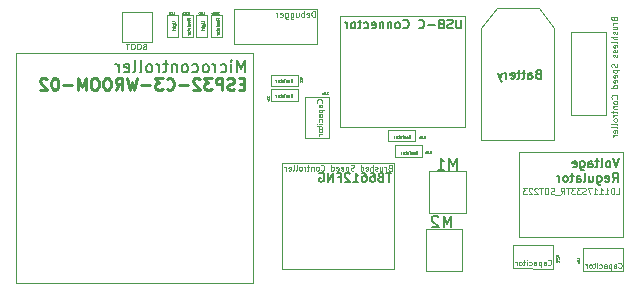
<source format=gbo>
%TF.GenerationSoftware,KiCad,Pcbnew,9.0.3*%
%TF.CreationDate,2025-08-05T23:38:35-05:00*%
%TF.ProjectId,Battle_Bot_Mind,42617474-6c65-45f4-926f-745f4d696e64,rev?*%
%TF.SameCoordinates,Original*%
%TF.FileFunction,Legend,Bot*%
%TF.FilePolarity,Positive*%
%FSLAX46Y46*%
G04 Gerber Fmt 4.6, Leading zero omitted, Abs format (unit mm)*
G04 Created by KiCad (PCBNEW 9.0.3) date 2025-08-05 23:38:35*
%MOMM*%
%LPD*%
G01*
G04 APERTURE LIST*
%ADD10C,0.100000*%
%ADD11C,0.050000*%
%ADD12C,0.187500*%
%ADD13C,0.125000*%
%ADD14C,0.200000*%
%ADD15C,0.118750*%
%ADD16C,0.150000*%
%ADD17C,0.250000*%
G04 APERTURE END LIST*
D10*
X134012500Y-81030000D02*
X131792500Y-81030000D01*
X145850000Y-72350000D02*
X144550000Y-70650000D01*
X151650000Y-82900000D02*
X142850000Y-82900000D01*
X109230000Y-70980000D02*
X111750000Y-71000000D01*
X144550000Y-70650000D02*
X140950000Y-70650000D01*
X121890000Y-77568000D02*
X124110000Y-77568000D01*
X124110000Y-78508000D01*
X121890000Y-78508000D01*
X121890000Y-77568000D01*
X115530000Y-71305000D02*
X116470000Y-71305000D01*
X116470000Y-73165000D01*
X115530000Y-73165000D01*
X115530000Y-71305000D01*
X116780000Y-71280000D02*
X117720000Y-71280000D01*
X117720000Y-73140000D01*
X116780000Y-73140000D01*
X116780000Y-71280000D01*
X139650000Y-72350000D02*
X139650000Y-81850000D01*
X145750000Y-90770000D02*
X142350000Y-90770000D01*
X135250000Y-88000000D02*
X138350000Y-88035000D01*
X138050000Y-89410000D02*
X138050000Y-92960000D01*
X131792500Y-81030000D02*
X131792500Y-81970000D01*
X140950000Y-70650000D02*
X139650000Y-72350000D01*
X111750000Y-71000000D02*
X111750000Y-73500000D01*
X139650000Y-81850000D02*
X145850000Y-81850000D01*
X132250000Y-83775000D02*
X122750000Y-83775000D01*
X139650000Y-72350000D02*
X139650000Y-81850000D01*
X114280000Y-71280000D02*
X115220000Y-71280000D01*
X115220000Y-73140000D01*
X114280000Y-73140000D01*
X114280000Y-71280000D01*
X138350000Y-84485000D02*
X135250000Y-84485000D01*
X135250000Y-84485000D02*
X135250000Y-88000000D01*
X139650000Y-81850000D02*
X145850000Y-81850000D01*
X142350000Y-90770000D02*
X142350000Y-92730000D01*
X140950000Y-70650000D02*
X139650000Y-72350000D01*
X121890000Y-76318000D02*
X124110000Y-76318000D01*
X124110000Y-77258000D01*
X121890000Y-77258000D01*
X121890000Y-76318000D01*
X145750000Y-92750000D02*
X145750000Y-90750000D01*
X142350000Y-92730000D02*
X145750000Y-92750000D01*
X100250000Y-74500000D02*
X120350000Y-74500000D01*
X120350000Y-94000000D01*
X100250000Y-94000000D01*
X100250000Y-74500000D01*
X113030000Y-71305000D02*
X113970000Y-71305000D01*
X113970000Y-73165000D01*
X113030000Y-73165000D01*
X113030000Y-71305000D01*
X145850000Y-81850000D02*
X145850000Y-72350000D01*
X147250000Y-72750000D02*
X150250000Y-72750000D01*
X150250000Y-79750000D01*
X147250000Y-79750000D01*
X147250000Y-72750000D01*
X122750000Y-92775000D02*
X132250000Y-92775000D01*
X109230000Y-73520000D02*
X111750000Y-73520000D01*
X122750000Y-83775000D02*
X122750000Y-92750000D01*
X132390000Y-82310000D02*
X134610000Y-82310000D01*
X134610000Y-83250000D01*
X132390000Y-83250000D01*
X132390000Y-82310000D01*
X145850000Y-81850000D02*
X145850000Y-72350000D01*
X132250000Y-92775000D02*
X132250000Y-83775000D01*
X148300000Y-91020000D02*
X151700000Y-91020000D01*
X151700000Y-92980000D01*
X148300000Y-92980000D01*
X148300000Y-91020000D01*
X151650000Y-90100000D02*
X142850000Y-90100000D01*
X134950000Y-89410000D02*
X138050000Y-89410000D01*
X145850000Y-72350000D02*
X144550000Y-70650000D01*
X144550000Y-70650000D02*
X140950000Y-70650000D01*
X134950000Y-92960000D02*
X134950000Y-89410000D01*
X138350000Y-88035000D02*
X138350000Y-84485000D01*
X127680000Y-71350000D02*
X138320000Y-71350000D01*
X138320000Y-80770000D01*
X127680000Y-80770000D01*
X127680000Y-71350000D01*
X109230000Y-70980000D02*
X109230000Y-73520000D01*
X138050000Y-92960000D02*
X134950000Y-92960000D01*
X134012500Y-81970000D02*
X134012500Y-81030000D01*
X151650000Y-82900000D02*
X151650000Y-90100000D01*
X142850000Y-90100000D02*
X142850000Y-82900000D01*
X131792500Y-81970000D02*
X134012500Y-81970000D01*
X124770000Y-78250000D02*
X126730000Y-78250000D01*
X126730000Y-81650000D01*
X124770000Y-81650000D01*
X124770000Y-78250000D01*
X118750000Y-70750000D02*
X125750000Y-70750000D01*
X125750000Y-73750000D01*
X118750000Y-73750000D01*
X118750000Y-70750000D01*
D11*
X135324248Y-82772923D02*
X135419486Y-82772923D01*
X135419486Y-82772923D02*
X135429010Y-82868161D01*
X135429010Y-82868161D02*
X135419486Y-82858638D01*
X135419486Y-82858638D02*
X135400439Y-82849114D01*
X135400439Y-82849114D02*
X135352820Y-82849114D01*
X135352820Y-82849114D02*
X135333772Y-82858638D01*
X135333772Y-82858638D02*
X135324248Y-82868161D01*
X135324248Y-82868161D02*
X135314725Y-82887209D01*
X135314725Y-82887209D02*
X135314725Y-82934828D01*
X135314725Y-82934828D02*
X135324248Y-82953876D01*
X135324248Y-82953876D02*
X135333772Y-82963400D01*
X135333772Y-82963400D02*
X135352820Y-82972923D01*
X135352820Y-82972923D02*
X135400439Y-82972923D01*
X135400439Y-82972923D02*
X135419486Y-82963400D01*
X135419486Y-82963400D02*
X135429010Y-82953876D01*
X135229010Y-82953876D02*
X135219487Y-82963400D01*
X135219487Y-82963400D02*
X135229010Y-82972923D01*
X135229010Y-82972923D02*
X135238534Y-82963400D01*
X135238534Y-82963400D02*
X135229010Y-82953876D01*
X135229010Y-82953876D02*
X135229010Y-82972923D01*
X135029011Y-82972923D02*
X135143296Y-82972923D01*
X135086153Y-82972923D02*
X135086153Y-82772923D01*
X135086153Y-82772923D02*
X135105201Y-82801495D01*
X135105201Y-82801495D02*
X135124249Y-82820542D01*
X135124249Y-82820542D02*
X135143296Y-82830066D01*
X134943296Y-82972923D02*
X134943296Y-82772923D01*
X134924249Y-82896733D02*
X134867106Y-82972923D01*
X134867106Y-82839590D02*
X134943296Y-82915780D01*
D12*
X150769502Y-85398464D02*
X151019502Y-85041321D01*
X151198073Y-85398464D02*
X151198073Y-84648464D01*
X151198073Y-84648464D02*
X150912359Y-84648464D01*
X150912359Y-84648464D02*
X150840930Y-84684178D01*
X150840930Y-84684178D02*
X150805216Y-84719892D01*
X150805216Y-84719892D02*
X150769502Y-84791321D01*
X150769502Y-84791321D02*
X150769502Y-84898464D01*
X150769502Y-84898464D02*
X150805216Y-84969892D01*
X150805216Y-84969892D02*
X150840930Y-85005607D01*
X150840930Y-85005607D02*
X150912359Y-85041321D01*
X150912359Y-85041321D02*
X151198073Y-85041321D01*
X150162359Y-85362750D02*
X150233787Y-85398464D01*
X150233787Y-85398464D02*
X150376645Y-85398464D01*
X150376645Y-85398464D02*
X150448073Y-85362750D01*
X150448073Y-85362750D02*
X150483787Y-85291321D01*
X150483787Y-85291321D02*
X150483787Y-85005607D01*
X150483787Y-85005607D02*
X150448073Y-84934178D01*
X150448073Y-84934178D02*
X150376645Y-84898464D01*
X150376645Y-84898464D02*
X150233787Y-84898464D01*
X150233787Y-84898464D02*
X150162359Y-84934178D01*
X150162359Y-84934178D02*
X150126645Y-85005607D01*
X150126645Y-85005607D02*
X150126645Y-85077035D01*
X150126645Y-85077035D02*
X150483787Y-85148464D01*
X149483788Y-84898464D02*
X149483788Y-85505607D01*
X149483788Y-85505607D02*
X149519502Y-85577035D01*
X149519502Y-85577035D02*
X149555216Y-85612750D01*
X149555216Y-85612750D02*
X149626645Y-85648464D01*
X149626645Y-85648464D02*
X149733788Y-85648464D01*
X149733788Y-85648464D02*
X149805216Y-85612750D01*
X149483788Y-85362750D02*
X149555216Y-85398464D01*
X149555216Y-85398464D02*
X149698073Y-85398464D01*
X149698073Y-85398464D02*
X149769502Y-85362750D01*
X149769502Y-85362750D02*
X149805216Y-85327035D01*
X149805216Y-85327035D02*
X149840930Y-85255607D01*
X149840930Y-85255607D02*
X149840930Y-85041321D01*
X149840930Y-85041321D02*
X149805216Y-84969892D01*
X149805216Y-84969892D02*
X149769502Y-84934178D01*
X149769502Y-84934178D02*
X149698073Y-84898464D01*
X149698073Y-84898464D02*
X149555216Y-84898464D01*
X149555216Y-84898464D02*
X149483788Y-84934178D01*
X148805217Y-84898464D02*
X148805217Y-85398464D01*
X149126645Y-84898464D02*
X149126645Y-85291321D01*
X149126645Y-85291321D02*
X149090931Y-85362750D01*
X149090931Y-85362750D02*
X149019502Y-85398464D01*
X149019502Y-85398464D02*
X148912359Y-85398464D01*
X148912359Y-85398464D02*
X148840931Y-85362750D01*
X148840931Y-85362750D02*
X148805217Y-85327035D01*
X148340931Y-85398464D02*
X148412360Y-85362750D01*
X148412360Y-85362750D02*
X148448074Y-85291321D01*
X148448074Y-85291321D02*
X148448074Y-84648464D01*
X147733789Y-85398464D02*
X147733789Y-85005607D01*
X147733789Y-85005607D02*
X147769503Y-84934178D01*
X147769503Y-84934178D02*
X147840931Y-84898464D01*
X147840931Y-84898464D02*
X147983789Y-84898464D01*
X147983789Y-84898464D02*
X148055217Y-84934178D01*
X147733789Y-85362750D02*
X147805217Y-85398464D01*
X147805217Y-85398464D02*
X147983789Y-85398464D01*
X147983789Y-85398464D02*
X148055217Y-85362750D01*
X148055217Y-85362750D02*
X148090931Y-85291321D01*
X148090931Y-85291321D02*
X148090931Y-85219892D01*
X148090931Y-85219892D02*
X148055217Y-85148464D01*
X148055217Y-85148464D02*
X147983789Y-85112750D01*
X147983789Y-85112750D02*
X147805217Y-85112750D01*
X147805217Y-85112750D02*
X147733789Y-85077035D01*
X147483789Y-84898464D02*
X147198075Y-84898464D01*
X147376646Y-84648464D02*
X147376646Y-85291321D01*
X147376646Y-85291321D02*
X147340932Y-85362750D01*
X147340932Y-85362750D02*
X147269503Y-85398464D01*
X147269503Y-85398464D02*
X147198075Y-85398464D01*
X146840932Y-85398464D02*
X146912361Y-85362750D01*
X146912361Y-85362750D02*
X146948075Y-85327035D01*
X146948075Y-85327035D02*
X146983789Y-85255607D01*
X146983789Y-85255607D02*
X146983789Y-85041321D01*
X146983789Y-85041321D02*
X146948075Y-84969892D01*
X146948075Y-84969892D02*
X146912361Y-84934178D01*
X146912361Y-84934178D02*
X146840932Y-84898464D01*
X146840932Y-84898464D02*
X146733789Y-84898464D01*
X146733789Y-84898464D02*
X146662361Y-84934178D01*
X146662361Y-84934178D02*
X146626647Y-84969892D01*
X146626647Y-84969892D02*
X146590932Y-85041321D01*
X146590932Y-85041321D02*
X146590932Y-85255607D01*
X146590932Y-85255607D02*
X146626647Y-85327035D01*
X146626647Y-85327035D02*
X146662361Y-85362750D01*
X146662361Y-85362750D02*
X146733789Y-85398464D01*
X146733789Y-85398464D02*
X146840932Y-85398464D01*
X146269504Y-85398464D02*
X146269504Y-84898464D01*
X146269504Y-85041321D02*
X146233790Y-84969892D01*
X146233790Y-84969892D02*
X146198076Y-84934178D01*
X146198076Y-84934178D02*
X146126647Y-84898464D01*
X146126647Y-84898464D02*
X146055218Y-84898464D01*
D10*
X150921704Y-71601503D02*
X150945514Y-71672931D01*
X150945514Y-71672931D02*
X150969323Y-71696741D01*
X150969323Y-71696741D02*
X151016942Y-71720550D01*
X151016942Y-71720550D02*
X151088371Y-71720550D01*
X151088371Y-71720550D02*
X151135990Y-71696741D01*
X151135990Y-71696741D02*
X151159800Y-71672931D01*
X151159800Y-71672931D02*
X151183609Y-71625312D01*
X151183609Y-71625312D02*
X151183609Y-71434836D01*
X151183609Y-71434836D02*
X150683609Y-71434836D01*
X150683609Y-71434836D02*
X150683609Y-71601503D01*
X150683609Y-71601503D02*
X150707419Y-71649122D01*
X150707419Y-71649122D02*
X150731228Y-71672931D01*
X150731228Y-71672931D02*
X150778847Y-71696741D01*
X150778847Y-71696741D02*
X150826466Y-71696741D01*
X150826466Y-71696741D02*
X150874085Y-71672931D01*
X150874085Y-71672931D02*
X150897895Y-71649122D01*
X150897895Y-71649122D02*
X150921704Y-71601503D01*
X150921704Y-71601503D02*
X150921704Y-71434836D01*
X151183609Y-71934836D02*
X150850276Y-71934836D01*
X150945514Y-71934836D02*
X150897895Y-71958646D01*
X150897895Y-71958646D02*
X150874085Y-71982455D01*
X150874085Y-71982455D02*
X150850276Y-72030074D01*
X150850276Y-72030074D02*
X150850276Y-72077693D01*
X150850276Y-72458646D02*
X151183609Y-72458646D01*
X150850276Y-72244360D02*
X151112180Y-72244360D01*
X151112180Y-72244360D02*
X151159800Y-72268170D01*
X151159800Y-72268170D02*
X151183609Y-72315789D01*
X151183609Y-72315789D02*
X151183609Y-72387217D01*
X151183609Y-72387217D02*
X151159800Y-72434836D01*
X151159800Y-72434836D02*
X151135990Y-72458646D01*
X151159800Y-72672932D02*
X151183609Y-72720551D01*
X151183609Y-72720551D02*
X151183609Y-72815789D01*
X151183609Y-72815789D02*
X151159800Y-72863408D01*
X151159800Y-72863408D02*
X151112180Y-72887217D01*
X151112180Y-72887217D02*
X151088371Y-72887217D01*
X151088371Y-72887217D02*
X151040752Y-72863408D01*
X151040752Y-72863408D02*
X151016942Y-72815789D01*
X151016942Y-72815789D02*
X151016942Y-72744360D01*
X151016942Y-72744360D02*
X150993133Y-72696741D01*
X150993133Y-72696741D02*
X150945514Y-72672932D01*
X150945514Y-72672932D02*
X150921704Y-72672932D01*
X150921704Y-72672932D02*
X150874085Y-72696741D01*
X150874085Y-72696741D02*
X150850276Y-72744360D01*
X150850276Y-72744360D02*
X150850276Y-72815789D01*
X150850276Y-72815789D02*
X150874085Y-72863408D01*
X151183609Y-73101503D02*
X150683609Y-73101503D01*
X151183609Y-73315789D02*
X150921704Y-73315789D01*
X150921704Y-73315789D02*
X150874085Y-73291979D01*
X150874085Y-73291979D02*
X150850276Y-73244360D01*
X150850276Y-73244360D02*
X150850276Y-73172932D01*
X150850276Y-73172932D02*
X150874085Y-73125313D01*
X150874085Y-73125313D02*
X150897895Y-73101503D01*
X151183609Y-73625313D02*
X151159800Y-73577694D01*
X151159800Y-73577694D02*
X151112180Y-73553884D01*
X151112180Y-73553884D02*
X150683609Y-73553884D01*
X151159800Y-74006265D02*
X151183609Y-73958646D01*
X151183609Y-73958646D02*
X151183609Y-73863408D01*
X151183609Y-73863408D02*
X151159800Y-73815789D01*
X151159800Y-73815789D02*
X151112180Y-73791980D01*
X151112180Y-73791980D02*
X150921704Y-73791980D01*
X150921704Y-73791980D02*
X150874085Y-73815789D01*
X150874085Y-73815789D02*
X150850276Y-73863408D01*
X150850276Y-73863408D02*
X150850276Y-73958646D01*
X150850276Y-73958646D02*
X150874085Y-74006265D01*
X150874085Y-74006265D02*
X150921704Y-74030075D01*
X150921704Y-74030075D02*
X150969323Y-74030075D01*
X150969323Y-74030075D02*
X151016942Y-73791980D01*
X151159800Y-74220551D02*
X151183609Y-74268170D01*
X151183609Y-74268170D02*
X151183609Y-74363408D01*
X151183609Y-74363408D02*
X151159800Y-74411027D01*
X151159800Y-74411027D02*
X151112180Y-74434836D01*
X151112180Y-74434836D02*
X151088371Y-74434836D01*
X151088371Y-74434836D02*
X151040752Y-74411027D01*
X151040752Y-74411027D02*
X151016942Y-74363408D01*
X151016942Y-74363408D02*
X151016942Y-74291979D01*
X151016942Y-74291979D02*
X150993133Y-74244360D01*
X150993133Y-74244360D02*
X150945514Y-74220551D01*
X150945514Y-74220551D02*
X150921704Y-74220551D01*
X150921704Y-74220551D02*
X150874085Y-74244360D01*
X150874085Y-74244360D02*
X150850276Y-74291979D01*
X150850276Y-74291979D02*
X150850276Y-74363408D01*
X150850276Y-74363408D02*
X150874085Y-74411027D01*
X151159800Y-74625313D02*
X151183609Y-74672932D01*
X151183609Y-74672932D02*
X151183609Y-74768170D01*
X151183609Y-74768170D02*
X151159800Y-74815789D01*
X151159800Y-74815789D02*
X151112180Y-74839598D01*
X151112180Y-74839598D02*
X151088371Y-74839598D01*
X151088371Y-74839598D02*
X151040752Y-74815789D01*
X151040752Y-74815789D02*
X151016942Y-74768170D01*
X151016942Y-74768170D02*
X151016942Y-74696741D01*
X151016942Y-74696741D02*
X150993133Y-74649122D01*
X150993133Y-74649122D02*
X150945514Y-74625313D01*
X150945514Y-74625313D02*
X150921704Y-74625313D01*
X150921704Y-74625313D02*
X150874085Y-74649122D01*
X150874085Y-74649122D02*
X150850276Y-74696741D01*
X150850276Y-74696741D02*
X150850276Y-74768170D01*
X150850276Y-74768170D02*
X150874085Y-74815789D01*
X151159800Y-75411027D02*
X151183609Y-75482455D01*
X151183609Y-75482455D02*
X151183609Y-75601503D01*
X151183609Y-75601503D02*
X151159800Y-75649122D01*
X151159800Y-75649122D02*
X151135990Y-75672931D01*
X151135990Y-75672931D02*
X151088371Y-75696741D01*
X151088371Y-75696741D02*
X151040752Y-75696741D01*
X151040752Y-75696741D02*
X150993133Y-75672931D01*
X150993133Y-75672931D02*
X150969323Y-75649122D01*
X150969323Y-75649122D02*
X150945514Y-75601503D01*
X150945514Y-75601503D02*
X150921704Y-75506265D01*
X150921704Y-75506265D02*
X150897895Y-75458646D01*
X150897895Y-75458646D02*
X150874085Y-75434836D01*
X150874085Y-75434836D02*
X150826466Y-75411027D01*
X150826466Y-75411027D02*
X150778847Y-75411027D01*
X150778847Y-75411027D02*
X150731228Y-75434836D01*
X150731228Y-75434836D02*
X150707419Y-75458646D01*
X150707419Y-75458646D02*
X150683609Y-75506265D01*
X150683609Y-75506265D02*
X150683609Y-75625312D01*
X150683609Y-75625312D02*
X150707419Y-75696741D01*
X150850276Y-75911026D02*
X151350276Y-75911026D01*
X150874085Y-75911026D02*
X150850276Y-75958645D01*
X150850276Y-75958645D02*
X150850276Y-76053883D01*
X150850276Y-76053883D02*
X150874085Y-76101502D01*
X150874085Y-76101502D02*
X150897895Y-76125312D01*
X150897895Y-76125312D02*
X150945514Y-76149121D01*
X150945514Y-76149121D02*
X151088371Y-76149121D01*
X151088371Y-76149121D02*
X151135990Y-76125312D01*
X151135990Y-76125312D02*
X151159800Y-76101502D01*
X151159800Y-76101502D02*
X151183609Y-76053883D01*
X151183609Y-76053883D02*
X151183609Y-75958645D01*
X151183609Y-75958645D02*
X151159800Y-75911026D01*
X151159800Y-76553883D02*
X151183609Y-76506264D01*
X151183609Y-76506264D02*
X151183609Y-76411026D01*
X151183609Y-76411026D02*
X151159800Y-76363407D01*
X151159800Y-76363407D02*
X151112180Y-76339598D01*
X151112180Y-76339598D02*
X150921704Y-76339598D01*
X150921704Y-76339598D02*
X150874085Y-76363407D01*
X150874085Y-76363407D02*
X150850276Y-76411026D01*
X150850276Y-76411026D02*
X150850276Y-76506264D01*
X150850276Y-76506264D02*
X150874085Y-76553883D01*
X150874085Y-76553883D02*
X150921704Y-76577693D01*
X150921704Y-76577693D02*
X150969323Y-76577693D01*
X150969323Y-76577693D02*
X151016942Y-76339598D01*
X151159800Y-76982454D02*
X151183609Y-76934835D01*
X151183609Y-76934835D02*
X151183609Y-76839597D01*
X151183609Y-76839597D02*
X151159800Y-76791978D01*
X151159800Y-76791978D02*
X151112180Y-76768169D01*
X151112180Y-76768169D02*
X150921704Y-76768169D01*
X150921704Y-76768169D02*
X150874085Y-76791978D01*
X150874085Y-76791978D02*
X150850276Y-76839597D01*
X150850276Y-76839597D02*
X150850276Y-76934835D01*
X150850276Y-76934835D02*
X150874085Y-76982454D01*
X150874085Y-76982454D02*
X150921704Y-77006264D01*
X150921704Y-77006264D02*
X150969323Y-77006264D01*
X150969323Y-77006264D02*
X151016942Y-76768169D01*
X151183609Y-77434835D02*
X150683609Y-77434835D01*
X151159800Y-77434835D02*
X151183609Y-77387216D01*
X151183609Y-77387216D02*
X151183609Y-77291978D01*
X151183609Y-77291978D02*
X151159800Y-77244359D01*
X151159800Y-77244359D02*
X151135990Y-77220549D01*
X151135990Y-77220549D02*
X151088371Y-77196740D01*
X151088371Y-77196740D02*
X150945514Y-77196740D01*
X150945514Y-77196740D02*
X150897895Y-77220549D01*
X150897895Y-77220549D02*
X150874085Y-77244359D01*
X150874085Y-77244359D02*
X150850276Y-77291978D01*
X150850276Y-77291978D02*
X150850276Y-77387216D01*
X150850276Y-77387216D02*
X150874085Y-77434835D01*
X151135990Y-78339596D02*
X151159800Y-78315787D01*
X151159800Y-78315787D02*
X151183609Y-78244358D01*
X151183609Y-78244358D02*
X151183609Y-78196739D01*
X151183609Y-78196739D02*
X151159800Y-78125311D01*
X151159800Y-78125311D02*
X151112180Y-78077692D01*
X151112180Y-78077692D02*
X151064561Y-78053882D01*
X151064561Y-78053882D02*
X150969323Y-78030073D01*
X150969323Y-78030073D02*
X150897895Y-78030073D01*
X150897895Y-78030073D02*
X150802657Y-78053882D01*
X150802657Y-78053882D02*
X150755038Y-78077692D01*
X150755038Y-78077692D02*
X150707419Y-78125311D01*
X150707419Y-78125311D02*
X150683609Y-78196739D01*
X150683609Y-78196739D02*
X150683609Y-78244358D01*
X150683609Y-78244358D02*
X150707419Y-78315787D01*
X150707419Y-78315787D02*
X150731228Y-78339596D01*
X151183609Y-78625311D02*
X151159800Y-78577692D01*
X151159800Y-78577692D02*
X151135990Y-78553882D01*
X151135990Y-78553882D02*
X151088371Y-78530073D01*
X151088371Y-78530073D02*
X150945514Y-78530073D01*
X150945514Y-78530073D02*
X150897895Y-78553882D01*
X150897895Y-78553882D02*
X150874085Y-78577692D01*
X150874085Y-78577692D02*
X150850276Y-78625311D01*
X150850276Y-78625311D02*
X150850276Y-78696739D01*
X150850276Y-78696739D02*
X150874085Y-78744358D01*
X150874085Y-78744358D02*
X150897895Y-78768168D01*
X150897895Y-78768168D02*
X150945514Y-78791977D01*
X150945514Y-78791977D02*
X151088371Y-78791977D01*
X151088371Y-78791977D02*
X151135990Y-78768168D01*
X151135990Y-78768168D02*
X151159800Y-78744358D01*
X151159800Y-78744358D02*
X151183609Y-78696739D01*
X151183609Y-78696739D02*
X151183609Y-78625311D01*
X150850276Y-79006263D02*
X151183609Y-79006263D01*
X150897895Y-79006263D02*
X150874085Y-79030073D01*
X150874085Y-79030073D02*
X150850276Y-79077692D01*
X150850276Y-79077692D02*
X150850276Y-79149120D01*
X150850276Y-79149120D02*
X150874085Y-79196739D01*
X150874085Y-79196739D02*
X150921704Y-79220549D01*
X150921704Y-79220549D02*
X151183609Y-79220549D01*
X150850276Y-79387216D02*
X150850276Y-79577692D01*
X150683609Y-79458644D02*
X151112180Y-79458644D01*
X151112180Y-79458644D02*
X151159800Y-79482454D01*
X151159800Y-79482454D02*
X151183609Y-79530073D01*
X151183609Y-79530073D02*
X151183609Y-79577692D01*
X151183609Y-79744358D02*
X150850276Y-79744358D01*
X150945514Y-79744358D02*
X150897895Y-79768168D01*
X150897895Y-79768168D02*
X150874085Y-79791977D01*
X150874085Y-79791977D02*
X150850276Y-79839596D01*
X150850276Y-79839596D02*
X150850276Y-79887215D01*
X151183609Y-80125311D02*
X151159800Y-80077692D01*
X151159800Y-80077692D02*
X151135990Y-80053882D01*
X151135990Y-80053882D02*
X151088371Y-80030073D01*
X151088371Y-80030073D02*
X150945514Y-80030073D01*
X150945514Y-80030073D02*
X150897895Y-80053882D01*
X150897895Y-80053882D02*
X150874085Y-80077692D01*
X150874085Y-80077692D02*
X150850276Y-80125311D01*
X150850276Y-80125311D02*
X150850276Y-80196739D01*
X150850276Y-80196739D02*
X150874085Y-80244358D01*
X150874085Y-80244358D02*
X150897895Y-80268168D01*
X150897895Y-80268168D02*
X150945514Y-80291977D01*
X150945514Y-80291977D02*
X151088371Y-80291977D01*
X151088371Y-80291977D02*
X151135990Y-80268168D01*
X151135990Y-80268168D02*
X151159800Y-80244358D01*
X151159800Y-80244358D02*
X151183609Y-80196739D01*
X151183609Y-80196739D02*
X151183609Y-80125311D01*
X151183609Y-80577692D02*
X151159800Y-80530073D01*
X151159800Y-80530073D02*
X151112180Y-80506263D01*
X151112180Y-80506263D02*
X150683609Y-80506263D01*
X151183609Y-80839597D02*
X151159800Y-80791978D01*
X151159800Y-80791978D02*
X151112180Y-80768168D01*
X151112180Y-80768168D02*
X150683609Y-80768168D01*
X151159800Y-81220549D02*
X151183609Y-81172930D01*
X151183609Y-81172930D02*
X151183609Y-81077692D01*
X151183609Y-81077692D02*
X151159800Y-81030073D01*
X151159800Y-81030073D02*
X151112180Y-81006264D01*
X151112180Y-81006264D02*
X150921704Y-81006264D01*
X150921704Y-81006264D02*
X150874085Y-81030073D01*
X150874085Y-81030073D02*
X150850276Y-81077692D01*
X150850276Y-81077692D02*
X150850276Y-81172930D01*
X150850276Y-81172930D02*
X150874085Y-81220549D01*
X150874085Y-81220549D02*
X150921704Y-81244359D01*
X150921704Y-81244359D02*
X150969323Y-81244359D01*
X150969323Y-81244359D02*
X151016942Y-81006264D01*
X151183609Y-81458644D02*
X150850276Y-81458644D01*
X150945514Y-81458644D02*
X150897895Y-81482454D01*
X150897895Y-81482454D02*
X150874085Y-81506263D01*
X150874085Y-81506263D02*
X150850276Y-81553882D01*
X150850276Y-81553882D02*
X150850276Y-81601501D01*
X125565163Y-71433609D02*
X125565163Y-70933609D01*
X125565163Y-70933609D02*
X125446115Y-70933609D01*
X125446115Y-70933609D02*
X125374687Y-70957419D01*
X125374687Y-70957419D02*
X125327068Y-71005038D01*
X125327068Y-71005038D02*
X125303258Y-71052657D01*
X125303258Y-71052657D02*
X125279449Y-71147895D01*
X125279449Y-71147895D02*
X125279449Y-71219323D01*
X125279449Y-71219323D02*
X125303258Y-71314561D01*
X125303258Y-71314561D02*
X125327068Y-71362180D01*
X125327068Y-71362180D02*
X125374687Y-71409800D01*
X125374687Y-71409800D02*
X125446115Y-71433609D01*
X125446115Y-71433609D02*
X125565163Y-71433609D01*
X124874687Y-71409800D02*
X124922306Y-71433609D01*
X124922306Y-71433609D02*
X125017544Y-71433609D01*
X125017544Y-71433609D02*
X125065163Y-71409800D01*
X125065163Y-71409800D02*
X125088972Y-71362180D01*
X125088972Y-71362180D02*
X125088972Y-71171704D01*
X125088972Y-71171704D02*
X125065163Y-71124085D01*
X125065163Y-71124085D02*
X125017544Y-71100276D01*
X125017544Y-71100276D02*
X124922306Y-71100276D01*
X124922306Y-71100276D02*
X124874687Y-71124085D01*
X124874687Y-71124085D02*
X124850877Y-71171704D01*
X124850877Y-71171704D02*
X124850877Y-71219323D01*
X124850877Y-71219323D02*
X125088972Y-71266942D01*
X124636592Y-71433609D02*
X124636592Y-70933609D01*
X124636592Y-71124085D02*
X124588973Y-71100276D01*
X124588973Y-71100276D02*
X124493735Y-71100276D01*
X124493735Y-71100276D02*
X124446116Y-71124085D01*
X124446116Y-71124085D02*
X124422306Y-71147895D01*
X124422306Y-71147895D02*
X124398497Y-71195514D01*
X124398497Y-71195514D02*
X124398497Y-71338371D01*
X124398497Y-71338371D02*
X124422306Y-71385990D01*
X124422306Y-71385990D02*
X124446116Y-71409800D01*
X124446116Y-71409800D02*
X124493735Y-71433609D01*
X124493735Y-71433609D02*
X124588973Y-71433609D01*
X124588973Y-71433609D02*
X124636592Y-71409800D01*
X123969925Y-71100276D02*
X123969925Y-71433609D01*
X124184211Y-71100276D02*
X124184211Y-71362180D01*
X124184211Y-71362180D02*
X124160401Y-71409800D01*
X124160401Y-71409800D02*
X124112782Y-71433609D01*
X124112782Y-71433609D02*
X124041354Y-71433609D01*
X124041354Y-71433609D02*
X123993735Y-71409800D01*
X123993735Y-71409800D02*
X123969925Y-71385990D01*
X123517544Y-71100276D02*
X123517544Y-71505038D01*
X123517544Y-71505038D02*
X123541354Y-71552657D01*
X123541354Y-71552657D02*
X123565163Y-71576466D01*
X123565163Y-71576466D02*
X123612782Y-71600276D01*
X123612782Y-71600276D02*
X123684211Y-71600276D01*
X123684211Y-71600276D02*
X123731830Y-71576466D01*
X123517544Y-71409800D02*
X123565163Y-71433609D01*
X123565163Y-71433609D02*
X123660401Y-71433609D01*
X123660401Y-71433609D02*
X123708020Y-71409800D01*
X123708020Y-71409800D02*
X123731830Y-71385990D01*
X123731830Y-71385990D02*
X123755639Y-71338371D01*
X123755639Y-71338371D02*
X123755639Y-71195514D01*
X123755639Y-71195514D02*
X123731830Y-71147895D01*
X123731830Y-71147895D02*
X123708020Y-71124085D01*
X123708020Y-71124085D02*
X123660401Y-71100276D01*
X123660401Y-71100276D02*
X123565163Y-71100276D01*
X123565163Y-71100276D02*
X123517544Y-71124085D01*
X123065163Y-71100276D02*
X123065163Y-71505038D01*
X123065163Y-71505038D02*
X123088973Y-71552657D01*
X123088973Y-71552657D02*
X123112782Y-71576466D01*
X123112782Y-71576466D02*
X123160401Y-71600276D01*
X123160401Y-71600276D02*
X123231830Y-71600276D01*
X123231830Y-71600276D02*
X123279449Y-71576466D01*
X123065163Y-71409800D02*
X123112782Y-71433609D01*
X123112782Y-71433609D02*
X123208020Y-71433609D01*
X123208020Y-71433609D02*
X123255639Y-71409800D01*
X123255639Y-71409800D02*
X123279449Y-71385990D01*
X123279449Y-71385990D02*
X123303258Y-71338371D01*
X123303258Y-71338371D02*
X123303258Y-71195514D01*
X123303258Y-71195514D02*
X123279449Y-71147895D01*
X123279449Y-71147895D02*
X123255639Y-71124085D01*
X123255639Y-71124085D02*
X123208020Y-71100276D01*
X123208020Y-71100276D02*
X123112782Y-71100276D01*
X123112782Y-71100276D02*
X123065163Y-71124085D01*
X122636592Y-71409800D02*
X122684211Y-71433609D01*
X122684211Y-71433609D02*
X122779449Y-71433609D01*
X122779449Y-71433609D02*
X122827068Y-71409800D01*
X122827068Y-71409800D02*
X122850877Y-71362180D01*
X122850877Y-71362180D02*
X122850877Y-71171704D01*
X122850877Y-71171704D02*
X122827068Y-71124085D01*
X122827068Y-71124085D02*
X122779449Y-71100276D01*
X122779449Y-71100276D02*
X122684211Y-71100276D01*
X122684211Y-71100276D02*
X122636592Y-71124085D01*
X122636592Y-71124085D02*
X122612782Y-71171704D01*
X122612782Y-71171704D02*
X122612782Y-71219323D01*
X122612782Y-71219323D02*
X122850877Y-71266942D01*
X122398497Y-71433609D02*
X122398497Y-71100276D01*
X122398497Y-71195514D02*
X122374687Y-71147895D01*
X122374687Y-71147895D02*
X122350878Y-71124085D01*
X122350878Y-71124085D02*
X122303259Y-71100276D01*
X122303259Y-71100276D02*
X122255640Y-71100276D01*
D11*
X134824248Y-81522923D02*
X134919486Y-81522923D01*
X134919486Y-81522923D02*
X134929010Y-81618161D01*
X134929010Y-81618161D02*
X134919486Y-81608638D01*
X134919486Y-81608638D02*
X134900439Y-81599114D01*
X134900439Y-81599114D02*
X134852820Y-81599114D01*
X134852820Y-81599114D02*
X134833772Y-81608638D01*
X134833772Y-81608638D02*
X134824248Y-81618161D01*
X134824248Y-81618161D02*
X134814725Y-81637209D01*
X134814725Y-81637209D02*
X134814725Y-81684828D01*
X134814725Y-81684828D02*
X134824248Y-81703876D01*
X134824248Y-81703876D02*
X134833772Y-81713400D01*
X134833772Y-81713400D02*
X134852820Y-81722923D01*
X134852820Y-81722923D02*
X134900439Y-81722923D01*
X134900439Y-81722923D02*
X134919486Y-81713400D01*
X134919486Y-81713400D02*
X134929010Y-81703876D01*
X134729010Y-81703876D02*
X134719487Y-81713400D01*
X134719487Y-81713400D02*
X134729010Y-81722923D01*
X134729010Y-81722923D02*
X134738534Y-81713400D01*
X134738534Y-81713400D02*
X134729010Y-81703876D01*
X134729010Y-81703876D02*
X134729010Y-81722923D01*
X134529011Y-81722923D02*
X134643296Y-81722923D01*
X134586153Y-81722923D02*
X134586153Y-81522923D01*
X134586153Y-81522923D02*
X134605201Y-81551495D01*
X134605201Y-81551495D02*
X134624249Y-81570542D01*
X134624249Y-81570542D02*
X134643296Y-81580066D01*
X134443296Y-81722923D02*
X134443296Y-81522923D01*
X134424249Y-81646733D02*
X134367106Y-81722923D01*
X134367106Y-81589590D02*
X134443296Y-81665780D01*
D10*
X151269925Y-92646871D02*
X151291353Y-92668300D01*
X151291353Y-92668300D02*
X151355639Y-92689728D01*
X151355639Y-92689728D02*
X151398496Y-92689728D01*
X151398496Y-92689728D02*
X151462782Y-92668300D01*
X151462782Y-92668300D02*
X151505639Y-92625442D01*
X151505639Y-92625442D02*
X151527068Y-92582585D01*
X151527068Y-92582585D02*
X151548496Y-92496871D01*
X151548496Y-92496871D02*
X151548496Y-92432585D01*
X151548496Y-92432585D02*
X151527068Y-92346871D01*
X151527068Y-92346871D02*
X151505639Y-92304014D01*
X151505639Y-92304014D02*
X151462782Y-92261157D01*
X151462782Y-92261157D02*
X151398496Y-92239728D01*
X151398496Y-92239728D02*
X151355639Y-92239728D01*
X151355639Y-92239728D02*
X151291353Y-92261157D01*
X151291353Y-92261157D02*
X151269925Y-92282585D01*
X150884211Y-92689728D02*
X150884211Y-92454014D01*
X150884211Y-92454014D02*
X150905639Y-92411157D01*
X150905639Y-92411157D02*
X150948496Y-92389728D01*
X150948496Y-92389728D02*
X151034211Y-92389728D01*
X151034211Y-92389728D02*
X151077068Y-92411157D01*
X150884211Y-92668300D02*
X150927068Y-92689728D01*
X150927068Y-92689728D02*
X151034211Y-92689728D01*
X151034211Y-92689728D02*
X151077068Y-92668300D01*
X151077068Y-92668300D02*
X151098496Y-92625442D01*
X151098496Y-92625442D02*
X151098496Y-92582585D01*
X151098496Y-92582585D02*
X151077068Y-92539728D01*
X151077068Y-92539728D02*
X151034211Y-92518300D01*
X151034211Y-92518300D02*
X150927068Y-92518300D01*
X150927068Y-92518300D02*
X150884211Y-92496871D01*
X150669925Y-92389728D02*
X150669925Y-92839728D01*
X150669925Y-92411157D02*
X150627068Y-92389728D01*
X150627068Y-92389728D02*
X150541353Y-92389728D01*
X150541353Y-92389728D02*
X150498496Y-92411157D01*
X150498496Y-92411157D02*
X150477068Y-92432585D01*
X150477068Y-92432585D02*
X150455639Y-92475442D01*
X150455639Y-92475442D02*
X150455639Y-92604014D01*
X150455639Y-92604014D02*
X150477068Y-92646871D01*
X150477068Y-92646871D02*
X150498496Y-92668300D01*
X150498496Y-92668300D02*
X150541353Y-92689728D01*
X150541353Y-92689728D02*
X150627068Y-92689728D01*
X150627068Y-92689728D02*
X150669925Y-92668300D01*
X150069925Y-92689728D02*
X150069925Y-92454014D01*
X150069925Y-92454014D02*
X150091353Y-92411157D01*
X150091353Y-92411157D02*
X150134210Y-92389728D01*
X150134210Y-92389728D02*
X150219925Y-92389728D01*
X150219925Y-92389728D02*
X150262782Y-92411157D01*
X150069925Y-92668300D02*
X150112782Y-92689728D01*
X150112782Y-92689728D02*
X150219925Y-92689728D01*
X150219925Y-92689728D02*
X150262782Y-92668300D01*
X150262782Y-92668300D02*
X150284210Y-92625442D01*
X150284210Y-92625442D02*
X150284210Y-92582585D01*
X150284210Y-92582585D02*
X150262782Y-92539728D01*
X150262782Y-92539728D02*
X150219925Y-92518300D01*
X150219925Y-92518300D02*
X150112782Y-92518300D01*
X150112782Y-92518300D02*
X150069925Y-92496871D01*
X149662782Y-92668300D02*
X149705639Y-92689728D01*
X149705639Y-92689728D02*
X149791353Y-92689728D01*
X149791353Y-92689728D02*
X149834210Y-92668300D01*
X149834210Y-92668300D02*
X149855639Y-92646871D01*
X149855639Y-92646871D02*
X149877067Y-92604014D01*
X149877067Y-92604014D02*
X149877067Y-92475442D01*
X149877067Y-92475442D02*
X149855639Y-92432585D01*
X149855639Y-92432585D02*
X149834210Y-92411157D01*
X149834210Y-92411157D02*
X149791353Y-92389728D01*
X149791353Y-92389728D02*
X149705639Y-92389728D01*
X149705639Y-92389728D02*
X149662782Y-92411157D01*
X149469925Y-92689728D02*
X149469925Y-92389728D01*
X149469925Y-92239728D02*
X149491353Y-92261157D01*
X149491353Y-92261157D02*
X149469925Y-92282585D01*
X149469925Y-92282585D02*
X149448496Y-92261157D01*
X149448496Y-92261157D02*
X149469925Y-92239728D01*
X149469925Y-92239728D02*
X149469925Y-92282585D01*
X149319924Y-92389728D02*
X149148496Y-92389728D01*
X149255639Y-92239728D02*
X149255639Y-92625442D01*
X149255639Y-92625442D02*
X149234210Y-92668300D01*
X149234210Y-92668300D02*
X149191353Y-92689728D01*
X149191353Y-92689728D02*
X149148496Y-92689728D01*
X148934210Y-92689728D02*
X148977067Y-92668300D01*
X148977067Y-92668300D02*
X148998496Y-92646871D01*
X148998496Y-92646871D02*
X149019924Y-92604014D01*
X149019924Y-92604014D02*
X149019924Y-92475442D01*
X149019924Y-92475442D02*
X148998496Y-92432585D01*
X148998496Y-92432585D02*
X148977067Y-92411157D01*
X148977067Y-92411157D02*
X148934210Y-92389728D01*
X148934210Y-92389728D02*
X148869924Y-92389728D01*
X148869924Y-92389728D02*
X148827067Y-92411157D01*
X148827067Y-92411157D02*
X148805639Y-92432585D01*
X148805639Y-92432585D02*
X148784210Y-92475442D01*
X148784210Y-92475442D02*
X148784210Y-92604014D01*
X148784210Y-92604014D02*
X148805639Y-92646871D01*
X148805639Y-92646871D02*
X148827067Y-92668300D01*
X148827067Y-92668300D02*
X148869924Y-92689728D01*
X148869924Y-92689728D02*
X148934210Y-92689728D01*
X148591353Y-92689728D02*
X148591353Y-92389728D01*
X148591353Y-92475442D02*
X148569924Y-92432585D01*
X148569924Y-92432585D02*
X148548496Y-92411157D01*
X148548496Y-92411157D02*
X148505638Y-92389728D01*
X148505638Y-92389728D02*
X148462781Y-92389728D01*
X126146871Y-78680074D02*
X126168300Y-78658646D01*
X126168300Y-78658646D02*
X126189728Y-78594360D01*
X126189728Y-78594360D02*
X126189728Y-78551503D01*
X126189728Y-78551503D02*
X126168300Y-78487217D01*
X126168300Y-78487217D02*
X126125442Y-78444360D01*
X126125442Y-78444360D02*
X126082585Y-78422931D01*
X126082585Y-78422931D02*
X125996871Y-78401503D01*
X125996871Y-78401503D02*
X125932585Y-78401503D01*
X125932585Y-78401503D02*
X125846871Y-78422931D01*
X125846871Y-78422931D02*
X125804014Y-78444360D01*
X125804014Y-78444360D02*
X125761157Y-78487217D01*
X125761157Y-78487217D02*
X125739728Y-78551503D01*
X125739728Y-78551503D02*
X125739728Y-78594360D01*
X125739728Y-78594360D02*
X125761157Y-78658646D01*
X125761157Y-78658646D02*
X125782585Y-78680074D01*
X126189728Y-79065789D02*
X125954014Y-79065789D01*
X125954014Y-79065789D02*
X125911157Y-79044360D01*
X125911157Y-79044360D02*
X125889728Y-79001503D01*
X125889728Y-79001503D02*
X125889728Y-78915789D01*
X125889728Y-78915789D02*
X125911157Y-78872931D01*
X126168300Y-79065789D02*
X126189728Y-79022931D01*
X126189728Y-79022931D02*
X126189728Y-78915789D01*
X126189728Y-78915789D02*
X126168300Y-78872931D01*
X126168300Y-78872931D02*
X126125442Y-78851503D01*
X126125442Y-78851503D02*
X126082585Y-78851503D01*
X126082585Y-78851503D02*
X126039728Y-78872931D01*
X126039728Y-78872931D02*
X126018300Y-78915789D01*
X126018300Y-78915789D02*
X126018300Y-79022931D01*
X126018300Y-79022931D02*
X125996871Y-79065789D01*
X125889728Y-79280074D02*
X126339728Y-79280074D01*
X125911157Y-79280074D02*
X125889728Y-79322932D01*
X125889728Y-79322932D02*
X125889728Y-79408646D01*
X125889728Y-79408646D02*
X125911157Y-79451503D01*
X125911157Y-79451503D02*
X125932585Y-79472932D01*
X125932585Y-79472932D02*
X125975442Y-79494360D01*
X125975442Y-79494360D02*
X126104014Y-79494360D01*
X126104014Y-79494360D02*
X126146871Y-79472932D01*
X126146871Y-79472932D02*
X126168300Y-79451503D01*
X126168300Y-79451503D02*
X126189728Y-79408646D01*
X126189728Y-79408646D02*
X126189728Y-79322932D01*
X126189728Y-79322932D02*
X126168300Y-79280074D01*
X126189728Y-79880075D02*
X125954014Y-79880075D01*
X125954014Y-79880075D02*
X125911157Y-79858646D01*
X125911157Y-79858646D02*
X125889728Y-79815789D01*
X125889728Y-79815789D02*
X125889728Y-79730075D01*
X125889728Y-79730075D02*
X125911157Y-79687217D01*
X126168300Y-79880075D02*
X126189728Y-79837217D01*
X126189728Y-79837217D02*
X126189728Y-79730075D01*
X126189728Y-79730075D02*
X126168300Y-79687217D01*
X126168300Y-79687217D02*
X126125442Y-79665789D01*
X126125442Y-79665789D02*
X126082585Y-79665789D01*
X126082585Y-79665789D02*
X126039728Y-79687217D01*
X126039728Y-79687217D02*
X126018300Y-79730075D01*
X126018300Y-79730075D02*
X126018300Y-79837217D01*
X126018300Y-79837217D02*
X125996871Y-79880075D01*
X126168300Y-80287218D02*
X126189728Y-80244360D01*
X126189728Y-80244360D02*
X126189728Y-80158646D01*
X126189728Y-80158646D02*
X126168300Y-80115789D01*
X126168300Y-80115789D02*
X126146871Y-80094360D01*
X126146871Y-80094360D02*
X126104014Y-80072932D01*
X126104014Y-80072932D02*
X125975442Y-80072932D01*
X125975442Y-80072932D02*
X125932585Y-80094360D01*
X125932585Y-80094360D02*
X125911157Y-80115789D01*
X125911157Y-80115789D02*
X125889728Y-80158646D01*
X125889728Y-80158646D02*
X125889728Y-80244360D01*
X125889728Y-80244360D02*
X125911157Y-80287218D01*
X126189728Y-80480074D02*
X125889728Y-80480074D01*
X125739728Y-80480074D02*
X125761157Y-80458646D01*
X125761157Y-80458646D02*
X125782585Y-80480074D01*
X125782585Y-80480074D02*
X125761157Y-80501503D01*
X125761157Y-80501503D02*
X125739728Y-80480074D01*
X125739728Y-80480074D02*
X125782585Y-80480074D01*
X125889728Y-80630075D02*
X125889728Y-80801503D01*
X125739728Y-80694360D02*
X126125442Y-80694360D01*
X126125442Y-80694360D02*
X126168300Y-80715789D01*
X126168300Y-80715789D02*
X126189728Y-80758646D01*
X126189728Y-80758646D02*
X126189728Y-80801503D01*
X126189728Y-81015789D02*
X126168300Y-80972932D01*
X126168300Y-80972932D02*
X126146871Y-80951503D01*
X126146871Y-80951503D02*
X126104014Y-80930075D01*
X126104014Y-80930075D02*
X125975442Y-80930075D01*
X125975442Y-80930075D02*
X125932585Y-80951503D01*
X125932585Y-80951503D02*
X125911157Y-80972932D01*
X125911157Y-80972932D02*
X125889728Y-81015789D01*
X125889728Y-81015789D02*
X125889728Y-81080075D01*
X125889728Y-81080075D02*
X125911157Y-81122932D01*
X125911157Y-81122932D02*
X125932585Y-81144361D01*
X125932585Y-81144361D02*
X125975442Y-81165789D01*
X125975442Y-81165789D02*
X126104014Y-81165789D01*
X126104014Y-81165789D02*
X126146871Y-81144361D01*
X126146871Y-81144361D02*
X126168300Y-81122932D01*
X126168300Y-81122932D02*
X126189728Y-81080075D01*
X126189728Y-81080075D02*
X126189728Y-81015789D01*
X126189728Y-81358646D02*
X125889728Y-81358646D01*
X125975442Y-81358646D02*
X125932585Y-81380075D01*
X125932585Y-81380075D02*
X125911157Y-81401504D01*
X125911157Y-81401504D02*
X125889728Y-81444361D01*
X125889728Y-81444361D02*
X125889728Y-81487218D01*
D13*
X111132049Y-73920404D02*
X111060621Y-73944214D01*
X111060621Y-73944214D02*
X111036811Y-73968023D01*
X111036811Y-73968023D02*
X111013002Y-74015642D01*
X111013002Y-74015642D02*
X111013002Y-74087071D01*
X111013002Y-74087071D02*
X111036811Y-74134690D01*
X111036811Y-74134690D02*
X111060621Y-74158500D01*
X111060621Y-74158500D02*
X111108240Y-74182309D01*
X111108240Y-74182309D02*
X111298716Y-74182309D01*
X111298716Y-74182309D02*
X111298716Y-73682309D01*
X111298716Y-73682309D02*
X111132049Y-73682309D01*
X111132049Y-73682309D02*
X111084430Y-73706119D01*
X111084430Y-73706119D02*
X111060621Y-73729928D01*
X111060621Y-73729928D02*
X111036811Y-73777547D01*
X111036811Y-73777547D02*
X111036811Y-73825166D01*
X111036811Y-73825166D02*
X111060621Y-73872785D01*
X111060621Y-73872785D02*
X111084430Y-73896595D01*
X111084430Y-73896595D02*
X111132049Y-73920404D01*
X111132049Y-73920404D02*
X111298716Y-73920404D01*
X110703478Y-73682309D02*
X110608240Y-73682309D01*
X110608240Y-73682309D02*
X110560621Y-73706119D01*
X110560621Y-73706119D02*
X110513002Y-73753738D01*
X110513002Y-73753738D02*
X110489192Y-73848976D01*
X110489192Y-73848976D02*
X110489192Y-74015642D01*
X110489192Y-74015642D02*
X110513002Y-74110880D01*
X110513002Y-74110880D02*
X110560621Y-74158500D01*
X110560621Y-74158500D02*
X110608240Y-74182309D01*
X110608240Y-74182309D02*
X110703478Y-74182309D01*
X110703478Y-74182309D02*
X110751097Y-74158500D01*
X110751097Y-74158500D02*
X110798716Y-74110880D01*
X110798716Y-74110880D02*
X110822525Y-74015642D01*
X110822525Y-74015642D02*
X110822525Y-73848976D01*
X110822525Y-73848976D02*
X110798716Y-73753738D01*
X110798716Y-73753738D02*
X110751097Y-73706119D01*
X110751097Y-73706119D02*
X110703478Y-73682309D01*
X110179668Y-73682309D02*
X110084430Y-73682309D01*
X110084430Y-73682309D02*
X110036811Y-73706119D01*
X110036811Y-73706119D02*
X109989192Y-73753738D01*
X109989192Y-73753738D02*
X109965382Y-73848976D01*
X109965382Y-73848976D02*
X109965382Y-74015642D01*
X109965382Y-74015642D02*
X109989192Y-74110880D01*
X109989192Y-74110880D02*
X110036811Y-74158500D01*
X110036811Y-74158500D02*
X110084430Y-74182309D01*
X110084430Y-74182309D02*
X110179668Y-74182309D01*
X110179668Y-74182309D02*
X110227287Y-74158500D01*
X110227287Y-74158500D02*
X110274906Y-74110880D01*
X110274906Y-74110880D02*
X110298715Y-74015642D01*
X110298715Y-74015642D02*
X110298715Y-73848976D01*
X110298715Y-73848976D02*
X110274906Y-73753738D01*
X110274906Y-73753738D02*
X110227287Y-73706119D01*
X110227287Y-73706119D02*
X110179668Y-73682309D01*
X109822524Y-73682309D02*
X109536810Y-73682309D01*
X109679667Y-74182309D02*
X109679667Y-73682309D01*
D12*
X151305216Y-83398464D02*
X151055216Y-84148464D01*
X151055216Y-84148464D02*
X150805216Y-83398464D01*
X150448073Y-84148464D02*
X150519502Y-84112750D01*
X150519502Y-84112750D02*
X150555216Y-84077035D01*
X150555216Y-84077035D02*
X150590930Y-84005607D01*
X150590930Y-84005607D02*
X150590930Y-83791321D01*
X150590930Y-83791321D02*
X150555216Y-83719892D01*
X150555216Y-83719892D02*
X150519502Y-83684178D01*
X150519502Y-83684178D02*
X150448073Y-83648464D01*
X150448073Y-83648464D02*
X150340930Y-83648464D01*
X150340930Y-83648464D02*
X150269502Y-83684178D01*
X150269502Y-83684178D02*
X150233788Y-83719892D01*
X150233788Y-83719892D02*
X150198073Y-83791321D01*
X150198073Y-83791321D02*
X150198073Y-84005607D01*
X150198073Y-84005607D02*
X150233788Y-84077035D01*
X150233788Y-84077035D02*
X150269502Y-84112750D01*
X150269502Y-84112750D02*
X150340930Y-84148464D01*
X150340930Y-84148464D02*
X150448073Y-84148464D01*
X149769502Y-84148464D02*
X149840931Y-84112750D01*
X149840931Y-84112750D02*
X149876645Y-84041321D01*
X149876645Y-84041321D02*
X149876645Y-83398464D01*
X149590931Y-83648464D02*
X149305217Y-83648464D01*
X149483788Y-83398464D02*
X149483788Y-84041321D01*
X149483788Y-84041321D02*
X149448074Y-84112750D01*
X149448074Y-84112750D02*
X149376645Y-84148464D01*
X149376645Y-84148464D02*
X149305217Y-84148464D01*
X148733789Y-84148464D02*
X148733789Y-83755607D01*
X148733789Y-83755607D02*
X148769503Y-83684178D01*
X148769503Y-83684178D02*
X148840931Y-83648464D01*
X148840931Y-83648464D02*
X148983789Y-83648464D01*
X148983789Y-83648464D02*
X149055217Y-83684178D01*
X148733789Y-84112750D02*
X148805217Y-84148464D01*
X148805217Y-84148464D02*
X148983789Y-84148464D01*
X148983789Y-84148464D02*
X149055217Y-84112750D01*
X149055217Y-84112750D02*
X149090931Y-84041321D01*
X149090931Y-84041321D02*
X149090931Y-83969892D01*
X149090931Y-83969892D02*
X149055217Y-83898464D01*
X149055217Y-83898464D02*
X148983789Y-83862750D01*
X148983789Y-83862750D02*
X148805217Y-83862750D01*
X148805217Y-83862750D02*
X148733789Y-83827035D01*
X148055218Y-83648464D02*
X148055218Y-84255607D01*
X148055218Y-84255607D02*
X148090932Y-84327035D01*
X148090932Y-84327035D02*
X148126646Y-84362750D01*
X148126646Y-84362750D02*
X148198075Y-84398464D01*
X148198075Y-84398464D02*
X148305218Y-84398464D01*
X148305218Y-84398464D02*
X148376646Y-84362750D01*
X148055218Y-84112750D02*
X148126646Y-84148464D01*
X148126646Y-84148464D02*
X148269503Y-84148464D01*
X148269503Y-84148464D02*
X148340932Y-84112750D01*
X148340932Y-84112750D02*
X148376646Y-84077035D01*
X148376646Y-84077035D02*
X148412360Y-84005607D01*
X148412360Y-84005607D02*
X148412360Y-83791321D01*
X148412360Y-83791321D02*
X148376646Y-83719892D01*
X148376646Y-83719892D02*
X148340932Y-83684178D01*
X148340932Y-83684178D02*
X148269503Y-83648464D01*
X148269503Y-83648464D02*
X148126646Y-83648464D01*
X148126646Y-83648464D02*
X148055218Y-83684178D01*
X147412361Y-84112750D02*
X147483789Y-84148464D01*
X147483789Y-84148464D02*
X147626647Y-84148464D01*
X147626647Y-84148464D02*
X147698075Y-84112750D01*
X147698075Y-84112750D02*
X147733789Y-84041321D01*
X147733789Y-84041321D02*
X147733789Y-83755607D01*
X147733789Y-83755607D02*
X147698075Y-83684178D01*
X147698075Y-83684178D02*
X147626647Y-83648464D01*
X147626647Y-83648464D02*
X147483789Y-83648464D01*
X147483789Y-83648464D02*
X147412361Y-83684178D01*
X147412361Y-83684178D02*
X147376647Y-83755607D01*
X147376647Y-83755607D02*
X147376647Y-83827035D01*
X147376647Y-83827035D02*
X147733789Y-83898464D01*
D14*
X137130326Y-89257275D02*
X137130326Y-88257275D01*
X137130326Y-88257275D02*
X136796993Y-88971560D01*
X136796993Y-88971560D02*
X136463660Y-88257275D01*
X136463660Y-88257275D02*
X136463660Y-89257275D01*
X136035088Y-88352513D02*
X135987469Y-88304894D01*
X135987469Y-88304894D02*
X135892231Y-88257275D01*
X135892231Y-88257275D02*
X135654136Y-88257275D01*
X135654136Y-88257275D02*
X135558898Y-88304894D01*
X135558898Y-88304894D02*
X135511279Y-88352513D01*
X135511279Y-88352513D02*
X135463660Y-88447751D01*
X135463660Y-88447751D02*
X135463660Y-88542989D01*
X135463660Y-88542989D02*
X135511279Y-88685846D01*
X135511279Y-88685846D02*
X136082707Y-89257275D01*
X136082707Y-89257275D02*
X135463660Y-89257275D01*
D15*
X131900446Y-84186884D02*
X131832589Y-84209503D01*
X131832589Y-84209503D02*
X131809970Y-84232122D01*
X131809970Y-84232122D02*
X131787351Y-84277360D01*
X131787351Y-84277360D02*
X131787351Y-84345217D01*
X131787351Y-84345217D02*
X131809970Y-84390455D01*
X131809970Y-84390455D02*
X131832589Y-84413075D01*
X131832589Y-84413075D02*
X131877827Y-84435694D01*
X131877827Y-84435694D02*
X132058779Y-84435694D01*
X132058779Y-84435694D02*
X132058779Y-83960694D01*
X132058779Y-83960694D02*
X131900446Y-83960694D01*
X131900446Y-83960694D02*
X131855208Y-83983313D01*
X131855208Y-83983313D02*
X131832589Y-84005932D01*
X131832589Y-84005932D02*
X131809970Y-84051170D01*
X131809970Y-84051170D02*
X131809970Y-84096408D01*
X131809970Y-84096408D02*
X131832589Y-84141646D01*
X131832589Y-84141646D02*
X131855208Y-84164265D01*
X131855208Y-84164265D02*
X131900446Y-84186884D01*
X131900446Y-84186884D02*
X132058779Y-84186884D01*
X131583779Y-84435694D02*
X131583779Y-84119027D01*
X131583779Y-84209503D02*
X131561160Y-84164265D01*
X131561160Y-84164265D02*
X131538541Y-84141646D01*
X131538541Y-84141646D02*
X131493303Y-84119027D01*
X131493303Y-84119027D02*
X131448065Y-84119027D01*
X131086160Y-84119027D02*
X131086160Y-84435694D01*
X131289731Y-84119027D02*
X131289731Y-84367836D01*
X131289731Y-84367836D02*
X131267112Y-84413075D01*
X131267112Y-84413075D02*
X131221874Y-84435694D01*
X131221874Y-84435694D02*
X131154017Y-84435694D01*
X131154017Y-84435694D02*
X131108779Y-84413075D01*
X131108779Y-84413075D02*
X131086160Y-84390455D01*
X130882588Y-84413075D02*
X130837350Y-84435694D01*
X130837350Y-84435694D02*
X130746874Y-84435694D01*
X130746874Y-84435694D02*
X130701636Y-84413075D01*
X130701636Y-84413075D02*
X130679017Y-84367836D01*
X130679017Y-84367836D02*
X130679017Y-84345217D01*
X130679017Y-84345217D02*
X130701636Y-84299979D01*
X130701636Y-84299979D02*
X130746874Y-84277360D01*
X130746874Y-84277360D02*
X130814731Y-84277360D01*
X130814731Y-84277360D02*
X130859969Y-84254741D01*
X130859969Y-84254741D02*
X130882588Y-84209503D01*
X130882588Y-84209503D02*
X130882588Y-84186884D01*
X130882588Y-84186884D02*
X130859969Y-84141646D01*
X130859969Y-84141646D02*
X130814731Y-84119027D01*
X130814731Y-84119027D02*
X130746874Y-84119027D01*
X130746874Y-84119027D02*
X130701636Y-84141646D01*
X130475445Y-84435694D02*
X130475445Y-83960694D01*
X130271874Y-84435694D02*
X130271874Y-84186884D01*
X130271874Y-84186884D02*
X130294493Y-84141646D01*
X130294493Y-84141646D02*
X130339731Y-84119027D01*
X130339731Y-84119027D02*
X130407588Y-84119027D01*
X130407588Y-84119027D02*
X130452826Y-84141646D01*
X130452826Y-84141646D02*
X130475445Y-84164265D01*
X129864731Y-84413075D02*
X129909969Y-84435694D01*
X129909969Y-84435694D02*
X130000445Y-84435694D01*
X130000445Y-84435694D02*
X130045683Y-84413075D01*
X130045683Y-84413075D02*
X130068302Y-84367836D01*
X130068302Y-84367836D02*
X130068302Y-84186884D01*
X130068302Y-84186884D02*
X130045683Y-84141646D01*
X130045683Y-84141646D02*
X130000445Y-84119027D01*
X130000445Y-84119027D02*
X129909969Y-84119027D01*
X129909969Y-84119027D02*
X129864731Y-84141646D01*
X129864731Y-84141646D02*
X129842112Y-84186884D01*
X129842112Y-84186884D02*
X129842112Y-84232122D01*
X129842112Y-84232122D02*
X130068302Y-84277360D01*
X129434969Y-84435694D02*
X129434969Y-83960694D01*
X129434969Y-84413075D02*
X129480207Y-84435694D01*
X129480207Y-84435694D02*
X129570683Y-84435694D01*
X129570683Y-84435694D02*
X129615921Y-84413075D01*
X129615921Y-84413075D02*
X129638540Y-84390455D01*
X129638540Y-84390455D02*
X129661159Y-84345217D01*
X129661159Y-84345217D02*
X129661159Y-84209503D01*
X129661159Y-84209503D02*
X129638540Y-84164265D01*
X129638540Y-84164265D02*
X129615921Y-84141646D01*
X129615921Y-84141646D02*
X129570683Y-84119027D01*
X129570683Y-84119027D02*
X129480207Y-84119027D01*
X129480207Y-84119027D02*
X129434969Y-84141646D01*
X128869492Y-84413075D02*
X128801635Y-84435694D01*
X128801635Y-84435694D02*
X128688540Y-84435694D01*
X128688540Y-84435694D02*
X128643302Y-84413075D01*
X128643302Y-84413075D02*
X128620683Y-84390455D01*
X128620683Y-84390455D02*
X128598064Y-84345217D01*
X128598064Y-84345217D02*
X128598064Y-84299979D01*
X128598064Y-84299979D02*
X128620683Y-84254741D01*
X128620683Y-84254741D02*
X128643302Y-84232122D01*
X128643302Y-84232122D02*
X128688540Y-84209503D01*
X128688540Y-84209503D02*
X128779016Y-84186884D01*
X128779016Y-84186884D02*
X128824254Y-84164265D01*
X128824254Y-84164265D02*
X128846873Y-84141646D01*
X128846873Y-84141646D02*
X128869492Y-84096408D01*
X128869492Y-84096408D02*
X128869492Y-84051170D01*
X128869492Y-84051170D02*
X128846873Y-84005932D01*
X128846873Y-84005932D02*
X128824254Y-83983313D01*
X128824254Y-83983313D02*
X128779016Y-83960694D01*
X128779016Y-83960694D02*
X128665921Y-83960694D01*
X128665921Y-83960694D02*
X128598064Y-83983313D01*
X128394492Y-84119027D02*
X128394492Y-84594027D01*
X128394492Y-84141646D02*
X128349254Y-84119027D01*
X128349254Y-84119027D02*
X128258778Y-84119027D01*
X128258778Y-84119027D02*
X128213540Y-84141646D01*
X128213540Y-84141646D02*
X128190921Y-84164265D01*
X128190921Y-84164265D02*
X128168302Y-84209503D01*
X128168302Y-84209503D02*
X128168302Y-84345217D01*
X128168302Y-84345217D02*
X128190921Y-84390455D01*
X128190921Y-84390455D02*
X128213540Y-84413075D01*
X128213540Y-84413075D02*
X128258778Y-84435694D01*
X128258778Y-84435694D02*
X128349254Y-84435694D01*
X128349254Y-84435694D02*
X128394492Y-84413075D01*
X127783778Y-84413075D02*
X127829016Y-84435694D01*
X127829016Y-84435694D02*
X127919492Y-84435694D01*
X127919492Y-84435694D02*
X127964730Y-84413075D01*
X127964730Y-84413075D02*
X127987349Y-84367836D01*
X127987349Y-84367836D02*
X127987349Y-84186884D01*
X127987349Y-84186884D02*
X127964730Y-84141646D01*
X127964730Y-84141646D02*
X127919492Y-84119027D01*
X127919492Y-84119027D02*
X127829016Y-84119027D01*
X127829016Y-84119027D02*
X127783778Y-84141646D01*
X127783778Y-84141646D02*
X127761159Y-84186884D01*
X127761159Y-84186884D02*
X127761159Y-84232122D01*
X127761159Y-84232122D02*
X127987349Y-84277360D01*
X127376635Y-84413075D02*
X127421873Y-84435694D01*
X127421873Y-84435694D02*
X127512349Y-84435694D01*
X127512349Y-84435694D02*
X127557587Y-84413075D01*
X127557587Y-84413075D02*
X127580206Y-84367836D01*
X127580206Y-84367836D02*
X127580206Y-84186884D01*
X127580206Y-84186884D02*
X127557587Y-84141646D01*
X127557587Y-84141646D02*
X127512349Y-84119027D01*
X127512349Y-84119027D02*
X127421873Y-84119027D01*
X127421873Y-84119027D02*
X127376635Y-84141646D01*
X127376635Y-84141646D02*
X127354016Y-84186884D01*
X127354016Y-84186884D02*
X127354016Y-84232122D01*
X127354016Y-84232122D02*
X127580206Y-84277360D01*
X126946873Y-84435694D02*
X126946873Y-83960694D01*
X126946873Y-84413075D02*
X126992111Y-84435694D01*
X126992111Y-84435694D02*
X127082587Y-84435694D01*
X127082587Y-84435694D02*
X127127825Y-84413075D01*
X127127825Y-84413075D02*
X127150444Y-84390455D01*
X127150444Y-84390455D02*
X127173063Y-84345217D01*
X127173063Y-84345217D02*
X127173063Y-84209503D01*
X127173063Y-84209503D02*
X127150444Y-84164265D01*
X127150444Y-84164265D02*
X127127825Y-84141646D01*
X127127825Y-84141646D02*
X127082587Y-84119027D01*
X127082587Y-84119027D02*
X126992111Y-84119027D01*
X126992111Y-84119027D02*
X126946873Y-84141646D01*
X126087349Y-84390455D02*
X126109968Y-84413075D01*
X126109968Y-84413075D02*
X126177825Y-84435694D01*
X126177825Y-84435694D02*
X126223063Y-84435694D01*
X126223063Y-84435694D02*
X126290920Y-84413075D01*
X126290920Y-84413075D02*
X126336158Y-84367836D01*
X126336158Y-84367836D02*
X126358777Y-84322598D01*
X126358777Y-84322598D02*
X126381396Y-84232122D01*
X126381396Y-84232122D02*
X126381396Y-84164265D01*
X126381396Y-84164265D02*
X126358777Y-84073789D01*
X126358777Y-84073789D02*
X126336158Y-84028551D01*
X126336158Y-84028551D02*
X126290920Y-83983313D01*
X126290920Y-83983313D02*
X126223063Y-83960694D01*
X126223063Y-83960694D02*
X126177825Y-83960694D01*
X126177825Y-83960694D02*
X126109968Y-83983313D01*
X126109968Y-83983313D02*
X126087349Y-84005932D01*
X125815920Y-84435694D02*
X125861158Y-84413075D01*
X125861158Y-84413075D02*
X125883777Y-84390455D01*
X125883777Y-84390455D02*
X125906396Y-84345217D01*
X125906396Y-84345217D02*
X125906396Y-84209503D01*
X125906396Y-84209503D02*
X125883777Y-84164265D01*
X125883777Y-84164265D02*
X125861158Y-84141646D01*
X125861158Y-84141646D02*
X125815920Y-84119027D01*
X125815920Y-84119027D02*
X125748063Y-84119027D01*
X125748063Y-84119027D02*
X125702825Y-84141646D01*
X125702825Y-84141646D02*
X125680206Y-84164265D01*
X125680206Y-84164265D02*
X125657587Y-84209503D01*
X125657587Y-84209503D02*
X125657587Y-84345217D01*
X125657587Y-84345217D02*
X125680206Y-84390455D01*
X125680206Y-84390455D02*
X125702825Y-84413075D01*
X125702825Y-84413075D02*
X125748063Y-84435694D01*
X125748063Y-84435694D02*
X125815920Y-84435694D01*
X125454015Y-84119027D02*
X125454015Y-84435694D01*
X125454015Y-84164265D02*
X125431396Y-84141646D01*
X125431396Y-84141646D02*
X125386158Y-84119027D01*
X125386158Y-84119027D02*
X125318301Y-84119027D01*
X125318301Y-84119027D02*
X125273063Y-84141646D01*
X125273063Y-84141646D02*
X125250444Y-84186884D01*
X125250444Y-84186884D02*
X125250444Y-84435694D01*
X125092110Y-84119027D02*
X124911158Y-84119027D01*
X125024253Y-83960694D02*
X125024253Y-84367836D01*
X125024253Y-84367836D02*
X125001634Y-84413075D01*
X125001634Y-84413075D02*
X124956396Y-84435694D01*
X124956396Y-84435694D02*
X124911158Y-84435694D01*
X124752824Y-84435694D02*
X124752824Y-84119027D01*
X124752824Y-84209503D02*
X124730205Y-84164265D01*
X124730205Y-84164265D02*
X124707586Y-84141646D01*
X124707586Y-84141646D02*
X124662348Y-84119027D01*
X124662348Y-84119027D02*
X124617110Y-84119027D01*
X124390919Y-84435694D02*
X124436157Y-84413075D01*
X124436157Y-84413075D02*
X124458776Y-84390455D01*
X124458776Y-84390455D02*
X124481395Y-84345217D01*
X124481395Y-84345217D02*
X124481395Y-84209503D01*
X124481395Y-84209503D02*
X124458776Y-84164265D01*
X124458776Y-84164265D02*
X124436157Y-84141646D01*
X124436157Y-84141646D02*
X124390919Y-84119027D01*
X124390919Y-84119027D02*
X124323062Y-84119027D01*
X124323062Y-84119027D02*
X124277824Y-84141646D01*
X124277824Y-84141646D02*
X124255205Y-84164265D01*
X124255205Y-84164265D02*
X124232586Y-84209503D01*
X124232586Y-84209503D02*
X124232586Y-84345217D01*
X124232586Y-84345217D02*
X124255205Y-84390455D01*
X124255205Y-84390455D02*
X124277824Y-84413075D01*
X124277824Y-84413075D02*
X124323062Y-84435694D01*
X124323062Y-84435694D02*
X124390919Y-84435694D01*
X123961157Y-84435694D02*
X124006395Y-84413075D01*
X124006395Y-84413075D02*
X124029014Y-84367836D01*
X124029014Y-84367836D02*
X124029014Y-83960694D01*
X123712347Y-84435694D02*
X123757585Y-84413075D01*
X123757585Y-84413075D02*
X123780204Y-84367836D01*
X123780204Y-84367836D02*
X123780204Y-83960694D01*
X123350442Y-84413075D02*
X123395680Y-84435694D01*
X123395680Y-84435694D02*
X123486156Y-84435694D01*
X123486156Y-84435694D02*
X123531394Y-84413075D01*
X123531394Y-84413075D02*
X123554013Y-84367836D01*
X123554013Y-84367836D02*
X123554013Y-84186884D01*
X123554013Y-84186884D02*
X123531394Y-84141646D01*
X123531394Y-84141646D02*
X123486156Y-84119027D01*
X123486156Y-84119027D02*
X123395680Y-84119027D01*
X123395680Y-84119027D02*
X123350442Y-84141646D01*
X123350442Y-84141646D02*
X123327823Y-84186884D01*
X123327823Y-84186884D02*
X123327823Y-84232122D01*
X123327823Y-84232122D02*
X123554013Y-84277360D01*
X123124251Y-84435694D02*
X123124251Y-84119027D01*
X123124251Y-84209503D02*
X123101632Y-84164265D01*
X123101632Y-84164265D02*
X123079013Y-84141646D01*
X123079013Y-84141646D02*
X123033775Y-84119027D01*
X123033775Y-84119027D02*
X122988537Y-84119027D01*
D12*
X132055216Y-84648464D02*
X131626645Y-84648464D01*
X131840930Y-85398464D02*
X131840930Y-84648464D01*
X131126644Y-85005607D02*
X131019501Y-85041321D01*
X131019501Y-85041321D02*
X130983787Y-85077035D01*
X130983787Y-85077035D02*
X130948073Y-85148464D01*
X130948073Y-85148464D02*
X130948073Y-85255607D01*
X130948073Y-85255607D02*
X130983787Y-85327035D01*
X130983787Y-85327035D02*
X131019501Y-85362750D01*
X131019501Y-85362750D02*
X131090930Y-85398464D01*
X131090930Y-85398464D02*
X131376644Y-85398464D01*
X131376644Y-85398464D02*
X131376644Y-84648464D01*
X131376644Y-84648464D02*
X131126644Y-84648464D01*
X131126644Y-84648464D02*
X131055216Y-84684178D01*
X131055216Y-84684178D02*
X131019501Y-84719892D01*
X131019501Y-84719892D02*
X130983787Y-84791321D01*
X130983787Y-84791321D02*
X130983787Y-84862750D01*
X130983787Y-84862750D02*
X131019501Y-84934178D01*
X131019501Y-84934178D02*
X131055216Y-84969892D01*
X131055216Y-84969892D02*
X131126644Y-85005607D01*
X131126644Y-85005607D02*
X131376644Y-85005607D01*
X130305216Y-84648464D02*
X130448073Y-84648464D01*
X130448073Y-84648464D02*
X130519501Y-84684178D01*
X130519501Y-84684178D02*
X130555216Y-84719892D01*
X130555216Y-84719892D02*
X130626644Y-84827035D01*
X130626644Y-84827035D02*
X130662358Y-84969892D01*
X130662358Y-84969892D02*
X130662358Y-85255607D01*
X130662358Y-85255607D02*
X130626644Y-85327035D01*
X130626644Y-85327035D02*
X130590930Y-85362750D01*
X130590930Y-85362750D02*
X130519501Y-85398464D01*
X130519501Y-85398464D02*
X130376644Y-85398464D01*
X130376644Y-85398464D02*
X130305216Y-85362750D01*
X130305216Y-85362750D02*
X130269501Y-85327035D01*
X130269501Y-85327035D02*
X130233787Y-85255607D01*
X130233787Y-85255607D02*
X130233787Y-85077035D01*
X130233787Y-85077035D02*
X130269501Y-85005607D01*
X130269501Y-85005607D02*
X130305216Y-84969892D01*
X130305216Y-84969892D02*
X130376644Y-84934178D01*
X130376644Y-84934178D02*
X130519501Y-84934178D01*
X130519501Y-84934178D02*
X130590930Y-84969892D01*
X130590930Y-84969892D02*
X130626644Y-85005607D01*
X130626644Y-85005607D02*
X130662358Y-85077035D01*
X129590930Y-84648464D02*
X129733787Y-84648464D01*
X129733787Y-84648464D02*
X129805215Y-84684178D01*
X129805215Y-84684178D02*
X129840930Y-84719892D01*
X129840930Y-84719892D02*
X129912358Y-84827035D01*
X129912358Y-84827035D02*
X129948072Y-84969892D01*
X129948072Y-84969892D02*
X129948072Y-85255607D01*
X129948072Y-85255607D02*
X129912358Y-85327035D01*
X129912358Y-85327035D02*
X129876644Y-85362750D01*
X129876644Y-85362750D02*
X129805215Y-85398464D01*
X129805215Y-85398464D02*
X129662358Y-85398464D01*
X129662358Y-85398464D02*
X129590930Y-85362750D01*
X129590930Y-85362750D02*
X129555215Y-85327035D01*
X129555215Y-85327035D02*
X129519501Y-85255607D01*
X129519501Y-85255607D02*
X129519501Y-85077035D01*
X129519501Y-85077035D02*
X129555215Y-85005607D01*
X129555215Y-85005607D02*
X129590930Y-84969892D01*
X129590930Y-84969892D02*
X129662358Y-84934178D01*
X129662358Y-84934178D02*
X129805215Y-84934178D01*
X129805215Y-84934178D02*
X129876644Y-84969892D01*
X129876644Y-84969892D02*
X129912358Y-85005607D01*
X129912358Y-85005607D02*
X129948072Y-85077035D01*
X128805215Y-85398464D02*
X129233786Y-85398464D01*
X129019501Y-85398464D02*
X129019501Y-84648464D01*
X129019501Y-84648464D02*
X129090929Y-84755607D01*
X129090929Y-84755607D02*
X129162358Y-84827035D01*
X129162358Y-84827035D02*
X129233786Y-84862750D01*
X128519500Y-84719892D02*
X128483786Y-84684178D01*
X128483786Y-84684178D02*
X128412358Y-84648464D01*
X128412358Y-84648464D02*
X128233786Y-84648464D01*
X128233786Y-84648464D02*
X128162358Y-84684178D01*
X128162358Y-84684178D02*
X128126643Y-84719892D01*
X128126643Y-84719892D02*
X128090929Y-84791321D01*
X128090929Y-84791321D02*
X128090929Y-84862750D01*
X128090929Y-84862750D02*
X128126643Y-84969892D01*
X128126643Y-84969892D02*
X128555215Y-85398464D01*
X128555215Y-85398464D02*
X128090929Y-85398464D01*
X127519500Y-85005607D02*
X127769500Y-85005607D01*
X127769500Y-85398464D02*
X127769500Y-84648464D01*
X127769500Y-84648464D02*
X127412357Y-84648464D01*
X127126643Y-85398464D02*
X127126643Y-84648464D01*
X127126643Y-84648464D02*
X126698072Y-85398464D01*
X126698072Y-85398464D02*
X126698072Y-84648464D01*
X125948072Y-84684178D02*
X126019501Y-84648464D01*
X126019501Y-84648464D02*
X126126643Y-84648464D01*
X126126643Y-84648464D02*
X126233786Y-84684178D01*
X126233786Y-84684178D02*
X126305215Y-84755607D01*
X126305215Y-84755607D02*
X126340929Y-84827035D01*
X126340929Y-84827035D02*
X126376643Y-84969892D01*
X126376643Y-84969892D02*
X126376643Y-85077035D01*
X126376643Y-85077035D02*
X126340929Y-85219892D01*
X126340929Y-85219892D02*
X126305215Y-85291321D01*
X126305215Y-85291321D02*
X126233786Y-85362750D01*
X126233786Y-85362750D02*
X126126643Y-85398464D01*
X126126643Y-85398464D02*
X126055215Y-85398464D01*
X126055215Y-85398464D02*
X125948072Y-85362750D01*
X125948072Y-85362750D02*
X125912358Y-85327035D01*
X125912358Y-85327035D02*
X125912358Y-85077035D01*
X125912358Y-85077035D02*
X126055215Y-85077035D01*
D11*
X123514725Y-78216804D02*
X123598058Y-78097757D01*
X123657582Y-78216804D02*
X123657582Y-77966804D01*
X123657582Y-77966804D02*
X123562344Y-77966804D01*
X123562344Y-77966804D02*
X123538534Y-77978709D01*
X123538534Y-77978709D02*
X123526629Y-77990614D01*
X123526629Y-77990614D02*
X123514725Y-78014423D01*
X123514725Y-78014423D02*
X123514725Y-78050138D01*
X123514725Y-78050138D02*
X123526629Y-78073947D01*
X123526629Y-78073947D02*
X123538534Y-78085852D01*
X123538534Y-78085852D02*
X123562344Y-78097757D01*
X123562344Y-78097757D02*
X123657582Y-78097757D01*
X123312344Y-78204900D02*
X123336153Y-78216804D01*
X123336153Y-78216804D02*
X123383772Y-78216804D01*
X123383772Y-78216804D02*
X123407582Y-78204900D01*
X123407582Y-78204900D02*
X123419486Y-78181090D01*
X123419486Y-78181090D02*
X123419486Y-78085852D01*
X123419486Y-78085852D02*
X123407582Y-78062042D01*
X123407582Y-78062042D02*
X123383772Y-78050138D01*
X123383772Y-78050138D02*
X123336153Y-78050138D01*
X123336153Y-78050138D02*
X123312344Y-78062042D01*
X123312344Y-78062042D02*
X123300439Y-78085852D01*
X123300439Y-78085852D02*
X123300439Y-78109661D01*
X123300439Y-78109661D02*
X123419486Y-78133471D01*
X123205200Y-78204900D02*
X123181391Y-78216804D01*
X123181391Y-78216804D02*
X123133772Y-78216804D01*
X123133772Y-78216804D02*
X123109962Y-78204900D01*
X123109962Y-78204900D02*
X123098058Y-78181090D01*
X123098058Y-78181090D02*
X123098058Y-78169185D01*
X123098058Y-78169185D02*
X123109962Y-78145376D01*
X123109962Y-78145376D02*
X123133772Y-78133471D01*
X123133772Y-78133471D02*
X123169486Y-78133471D01*
X123169486Y-78133471D02*
X123193296Y-78121566D01*
X123193296Y-78121566D02*
X123205200Y-78097757D01*
X123205200Y-78097757D02*
X123205200Y-78085852D01*
X123205200Y-78085852D02*
X123193296Y-78062042D01*
X123193296Y-78062042D02*
X123169486Y-78050138D01*
X123169486Y-78050138D02*
X123133772Y-78050138D01*
X123133772Y-78050138D02*
X123109962Y-78062042D01*
X122990915Y-78216804D02*
X122990915Y-78050138D01*
X122990915Y-77966804D02*
X123002819Y-77978709D01*
X123002819Y-77978709D02*
X122990915Y-77990614D01*
X122990915Y-77990614D02*
X122979010Y-77978709D01*
X122979010Y-77978709D02*
X122990915Y-77966804D01*
X122990915Y-77966804D02*
X122990915Y-77990614D01*
X122883771Y-78204900D02*
X122859962Y-78216804D01*
X122859962Y-78216804D02*
X122812343Y-78216804D01*
X122812343Y-78216804D02*
X122788533Y-78204900D01*
X122788533Y-78204900D02*
X122776629Y-78181090D01*
X122776629Y-78181090D02*
X122776629Y-78169185D01*
X122776629Y-78169185D02*
X122788533Y-78145376D01*
X122788533Y-78145376D02*
X122812343Y-78133471D01*
X122812343Y-78133471D02*
X122848057Y-78133471D01*
X122848057Y-78133471D02*
X122871867Y-78121566D01*
X122871867Y-78121566D02*
X122883771Y-78097757D01*
X122883771Y-78097757D02*
X122883771Y-78085852D01*
X122883771Y-78085852D02*
X122871867Y-78062042D01*
X122871867Y-78062042D02*
X122848057Y-78050138D01*
X122848057Y-78050138D02*
X122812343Y-78050138D01*
X122812343Y-78050138D02*
X122788533Y-78062042D01*
X122705200Y-78050138D02*
X122609962Y-78050138D01*
X122669486Y-77966804D02*
X122669486Y-78181090D01*
X122669486Y-78181090D02*
X122657581Y-78204900D01*
X122657581Y-78204900D02*
X122633771Y-78216804D01*
X122633771Y-78216804D02*
X122609962Y-78216804D01*
X122490914Y-78216804D02*
X122514724Y-78204900D01*
X122514724Y-78204900D02*
X122526629Y-78192995D01*
X122526629Y-78192995D02*
X122538533Y-78169185D01*
X122538533Y-78169185D02*
X122538533Y-78097757D01*
X122538533Y-78097757D02*
X122526629Y-78073947D01*
X122526629Y-78073947D02*
X122514724Y-78062042D01*
X122514724Y-78062042D02*
X122490914Y-78050138D01*
X122490914Y-78050138D02*
X122455200Y-78050138D01*
X122455200Y-78050138D02*
X122431391Y-78062042D01*
X122431391Y-78062042D02*
X122419486Y-78073947D01*
X122419486Y-78073947D02*
X122407581Y-78097757D01*
X122407581Y-78097757D02*
X122407581Y-78169185D01*
X122407581Y-78169185D02*
X122419486Y-78192995D01*
X122419486Y-78192995D02*
X122431391Y-78204900D01*
X122431391Y-78204900D02*
X122455200Y-78216804D01*
X122455200Y-78216804D02*
X122490914Y-78216804D01*
X122300439Y-78216804D02*
X122300439Y-78050138D01*
X122300439Y-78097757D02*
X122288534Y-78073947D01*
X122288534Y-78073947D02*
X122276629Y-78062042D01*
X122276629Y-78062042D02*
X122252820Y-78050138D01*
X122252820Y-78050138D02*
X122229010Y-78050138D01*
X121541971Y-78108989D02*
X121532447Y-78118513D01*
X121532447Y-78118513D02*
X121522923Y-78137560D01*
X121522923Y-78137560D02*
X121522923Y-78185179D01*
X121522923Y-78185179D02*
X121532447Y-78204227D01*
X121532447Y-78204227D02*
X121541971Y-78213751D01*
X121541971Y-78213751D02*
X121561019Y-78223274D01*
X121561019Y-78223274D02*
X121580066Y-78223274D01*
X121580066Y-78223274D02*
X121608638Y-78213751D01*
X121608638Y-78213751D02*
X121722923Y-78099465D01*
X121722923Y-78099465D02*
X121722923Y-78223274D01*
X121541971Y-78299465D02*
X121532447Y-78308989D01*
X121532447Y-78308989D02*
X121522923Y-78328036D01*
X121522923Y-78328036D02*
X121522923Y-78375655D01*
X121522923Y-78375655D02*
X121532447Y-78394703D01*
X121532447Y-78394703D02*
X121541971Y-78404227D01*
X121541971Y-78404227D02*
X121561019Y-78413750D01*
X121561019Y-78413750D02*
X121580066Y-78413750D01*
X121580066Y-78413750D02*
X121608638Y-78404227D01*
X121608638Y-78404227D02*
X121722923Y-78289941D01*
X121722923Y-78289941D02*
X121722923Y-78413750D01*
X121722923Y-78499465D02*
X121589590Y-78499465D01*
X121627685Y-78499465D02*
X121608638Y-78508988D01*
X121608638Y-78508988D02*
X121599114Y-78518512D01*
X121599114Y-78518512D02*
X121589590Y-78537560D01*
X121589590Y-78537560D02*
X121589590Y-78556607D01*
X123514725Y-76966804D02*
X123598058Y-76847757D01*
X123657582Y-76966804D02*
X123657582Y-76716804D01*
X123657582Y-76716804D02*
X123562344Y-76716804D01*
X123562344Y-76716804D02*
X123538534Y-76728709D01*
X123538534Y-76728709D02*
X123526629Y-76740614D01*
X123526629Y-76740614D02*
X123514725Y-76764423D01*
X123514725Y-76764423D02*
X123514725Y-76800138D01*
X123514725Y-76800138D02*
X123526629Y-76823947D01*
X123526629Y-76823947D02*
X123538534Y-76835852D01*
X123538534Y-76835852D02*
X123562344Y-76847757D01*
X123562344Y-76847757D02*
X123657582Y-76847757D01*
X123312344Y-76954900D02*
X123336153Y-76966804D01*
X123336153Y-76966804D02*
X123383772Y-76966804D01*
X123383772Y-76966804D02*
X123407582Y-76954900D01*
X123407582Y-76954900D02*
X123419486Y-76931090D01*
X123419486Y-76931090D02*
X123419486Y-76835852D01*
X123419486Y-76835852D02*
X123407582Y-76812042D01*
X123407582Y-76812042D02*
X123383772Y-76800138D01*
X123383772Y-76800138D02*
X123336153Y-76800138D01*
X123336153Y-76800138D02*
X123312344Y-76812042D01*
X123312344Y-76812042D02*
X123300439Y-76835852D01*
X123300439Y-76835852D02*
X123300439Y-76859661D01*
X123300439Y-76859661D02*
X123419486Y-76883471D01*
X123205200Y-76954900D02*
X123181391Y-76966804D01*
X123181391Y-76966804D02*
X123133772Y-76966804D01*
X123133772Y-76966804D02*
X123109962Y-76954900D01*
X123109962Y-76954900D02*
X123098058Y-76931090D01*
X123098058Y-76931090D02*
X123098058Y-76919185D01*
X123098058Y-76919185D02*
X123109962Y-76895376D01*
X123109962Y-76895376D02*
X123133772Y-76883471D01*
X123133772Y-76883471D02*
X123169486Y-76883471D01*
X123169486Y-76883471D02*
X123193296Y-76871566D01*
X123193296Y-76871566D02*
X123205200Y-76847757D01*
X123205200Y-76847757D02*
X123205200Y-76835852D01*
X123205200Y-76835852D02*
X123193296Y-76812042D01*
X123193296Y-76812042D02*
X123169486Y-76800138D01*
X123169486Y-76800138D02*
X123133772Y-76800138D01*
X123133772Y-76800138D02*
X123109962Y-76812042D01*
X122990915Y-76966804D02*
X122990915Y-76800138D01*
X122990915Y-76716804D02*
X123002819Y-76728709D01*
X123002819Y-76728709D02*
X122990915Y-76740614D01*
X122990915Y-76740614D02*
X122979010Y-76728709D01*
X122979010Y-76728709D02*
X122990915Y-76716804D01*
X122990915Y-76716804D02*
X122990915Y-76740614D01*
X122883771Y-76954900D02*
X122859962Y-76966804D01*
X122859962Y-76966804D02*
X122812343Y-76966804D01*
X122812343Y-76966804D02*
X122788533Y-76954900D01*
X122788533Y-76954900D02*
X122776629Y-76931090D01*
X122776629Y-76931090D02*
X122776629Y-76919185D01*
X122776629Y-76919185D02*
X122788533Y-76895376D01*
X122788533Y-76895376D02*
X122812343Y-76883471D01*
X122812343Y-76883471D02*
X122848057Y-76883471D01*
X122848057Y-76883471D02*
X122871867Y-76871566D01*
X122871867Y-76871566D02*
X122883771Y-76847757D01*
X122883771Y-76847757D02*
X122883771Y-76835852D01*
X122883771Y-76835852D02*
X122871867Y-76812042D01*
X122871867Y-76812042D02*
X122848057Y-76800138D01*
X122848057Y-76800138D02*
X122812343Y-76800138D01*
X122812343Y-76800138D02*
X122788533Y-76812042D01*
X122705200Y-76800138D02*
X122609962Y-76800138D01*
X122669486Y-76716804D02*
X122669486Y-76931090D01*
X122669486Y-76931090D02*
X122657581Y-76954900D01*
X122657581Y-76954900D02*
X122633771Y-76966804D01*
X122633771Y-76966804D02*
X122609962Y-76966804D01*
X122490914Y-76966804D02*
X122514724Y-76954900D01*
X122514724Y-76954900D02*
X122526629Y-76942995D01*
X122526629Y-76942995D02*
X122538533Y-76919185D01*
X122538533Y-76919185D02*
X122538533Y-76847757D01*
X122538533Y-76847757D02*
X122526629Y-76823947D01*
X122526629Y-76823947D02*
X122514724Y-76812042D01*
X122514724Y-76812042D02*
X122490914Y-76800138D01*
X122490914Y-76800138D02*
X122455200Y-76800138D01*
X122455200Y-76800138D02*
X122431391Y-76812042D01*
X122431391Y-76812042D02*
X122419486Y-76823947D01*
X122419486Y-76823947D02*
X122407581Y-76847757D01*
X122407581Y-76847757D02*
X122407581Y-76919185D01*
X122407581Y-76919185D02*
X122419486Y-76942995D01*
X122419486Y-76942995D02*
X122431391Y-76954900D01*
X122431391Y-76954900D02*
X122455200Y-76966804D01*
X122455200Y-76966804D02*
X122490914Y-76966804D01*
X122300439Y-76966804D02*
X122300439Y-76800138D01*
X122300439Y-76847757D02*
X122288534Y-76823947D01*
X122288534Y-76823947D02*
X122276629Y-76812042D01*
X122276629Y-76812042D02*
X122252820Y-76800138D01*
X122252820Y-76800138D02*
X122229010Y-76800138D01*
X113574248Y-71192923D02*
X113669486Y-71192923D01*
X113669486Y-71192923D02*
X113669486Y-70992923D01*
X113507581Y-71088161D02*
X113440915Y-71088161D01*
X113412343Y-71192923D02*
X113507581Y-71192923D01*
X113507581Y-71192923D02*
X113507581Y-70992923D01*
X113507581Y-70992923D02*
X113412343Y-70992923D01*
X113326629Y-71192923D02*
X113326629Y-70992923D01*
X113326629Y-70992923D02*
X113279010Y-70992923D01*
X113279010Y-70992923D02*
X113250439Y-71002447D01*
X113250439Y-71002447D02*
X113231391Y-71021495D01*
X113231391Y-71021495D02*
X113221868Y-71040542D01*
X113221868Y-71040542D02*
X113212344Y-71078638D01*
X113212344Y-71078638D02*
X113212344Y-71107209D01*
X113212344Y-71107209D02*
X113221868Y-71145304D01*
X113221868Y-71145304D02*
X113231391Y-71164352D01*
X113231391Y-71164352D02*
X113250439Y-71183400D01*
X113250439Y-71183400D02*
X113279010Y-71192923D01*
X113279010Y-71192923D02*
X113326629Y-71192923D01*
X114966804Y-71705274D02*
X114847757Y-71621941D01*
X114966804Y-71562417D02*
X114716804Y-71562417D01*
X114716804Y-71562417D02*
X114716804Y-71657655D01*
X114716804Y-71657655D02*
X114728709Y-71681465D01*
X114728709Y-71681465D02*
X114740614Y-71693370D01*
X114740614Y-71693370D02*
X114764423Y-71705274D01*
X114764423Y-71705274D02*
X114800138Y-71705274D01*
X114800138Y-71705274D02*
X114823947Y-71693370D01*
X114823947Y-71693370D02*
X114835852Y-71681465D01*
X114835852Y-71681465D02*
X114847757Y-71657655D01*
X114847757Y-71657655D02*
X114847757Y-71562417D01*
X114954900Y-71907655D02*
X114966804Y-71883846D01*
X114966804Y-71883846D02*
X114966804Y-71836227D01*
X114966804Y-71836227D02*
X114954900Y-71812417D01*
X114954900Y-71812417D02*
X114931090Y-71800513D01*
X114931090Y-71800513D02*
X114835852Y-71800513D01*
X114835852Y-71800513D02*
X114812042Y-71812417D01*
X114812042Y-71812417D02*
X114800138Y-71836227D01*
X114800138Y-71836227D02*
X114800138Y-71883846D01*
X114800138Y-71883846D02*
X114812042Y-71907655D01*
X114812042Y-71907655D02*
X114835852Y-71919560D01*
X114835852Y-71919560D02*
X114859661Y-71919560D01*
X114859661Y-71919560D02*
X114883471Y-71800513D01*
X114954900Y-72014799D02*
X114966804Y-72038608D01*
X114966804Y-72038608D02*
X114966804Y-72086227D01*
X114966804Y-72086227D02*
X114954900Y-72110037D01*
X114954900Y-72110037D02*
X114931090Y-72121941D01*
X114931090Y-72121941D02*
X114919185Y-72121941D01*
X114919185Y-72121941D02*
X114895376Y-72110037D01*
X114895376Y-72110037D02*
X114883471Y-72086227D01*
X114883471Y-72086227D02*
X114883471Y-72050513D01*
X114883471Y-72050513D02*
X114871566Y-72026703D01*
X114871566Y-72026703D02*
X114847757Y-72014799D01*
X114847757Y-72014799D02*
X114835852Y-72014799D01*
X114835852Y-72014799D02*
X114812042Y-72026703D01*
X114812042Y-72026703D02*
X114800138Y-72050513D01*
X114800138Y-72050513D02*
X114800138Y-72086227D01*
X114800138Y-72086227D02*
X114812042Y-72110037D01*
X114966804Y-72229084D02*
X114800138Y-72229084D01*
X114716804Y-72229084D02*
X114728709Y-72217180D01*
X114728709Y-72217180D02*
X114740614Y-72229084D01*
X114740614Y-72229084D02*
X114728709Y-72240989D01*
X114728709Y-72240989D02*
X114716804Y-72229084D01*
X114716804Y-72229084D02*
X114740614Y-72229084D01*
X114954900Y-72336228D02*
X114966804Y-72360037D01*
X114966804Y-72360037D02*
X114966804Y-72407656D01*
X114966804Y-72407656D02*
X114954900Y-72431466D01*
X114954900Y-72431466D02*
X114931090Y-72443370D01*
X114931090Y-72443370D02*
X114919185Y-72443370D01*
X114919185Y-72443370D02*
X114895376Y-72431466D01*
X114895376Y-72431466D02*
X114883471Y-72407656D01*
X114883471Y-72407656D02*
X114883471Y-72371942D01*
X114883471Y-72371942D02*
X114871566Y-72348132D01*
X114871566Y-72348132D02*
X114847757Y-72336228D01*
X114847757Y-72336228D02*
X114835852Y-72336228D01*
X114835852Y-72336228D02*
X114812042Y-72348132D01*
X114812042Y-72348132D02*
X114800138Y-72371942D01*
X114800138Y-72371942D02*
X114800138Y-72407656D01*
X114800138Y-72407656D02*
X114812042Y-72431466D01*
X114800138Y-72514799D02*
X114800138Y-72610037D01*
X114716804Y-72550513D02*
X114931090Y-72550513D01*
X114931090Y-72550513D02*
X114954900Y-72562418D01*
X114954900Y-72562418D02*
X114966804Y-72586228D01*
X114966804Y-72586228D02*
X114966804Y-72610037D01*
X114966804Y-72729085D02*
X114954900Y-72705275D01*
X114954900Y-72705275D02*
X114942995Y-72693370D01*
X114942995Y-72693370D02*
X114919185Y-72681466D01*
X114919185Y-72681466D02*
X114847757Y-72681466D01*
X114847757Y-72681466D02*
X114823947Y-72693370D01*
X114823947Y-72693370D02*
X114812042Y-72705275D01*
X114812042Y-72705275D02*
X114800138Y-72729085D01*
X114800138Y-72729085D02*
X114800138Y-72764799D01*
X114800138Y-72764799D02*
X114812042Y-72788608D01*
X114812042Y-72788608D02*
X114823947Y-72800513D01*
X114823947Y-72800513D02*
X114847757Y-72812418D01*
X114847757Y-72812418D02*
X114919185Y-72812418D01*
X114919185Y-72812418D02*
X114942995Y-72800513D01*
X114942995Y-72800513D02*
X114954900Y-72788608D01*
X114954900Y-72788608D02*
X114966804Y-72764799D01*
X114966804Y-72764799D02*
X114966804Y-72729085D01*
X114966804Y-72919560D02*
X114800138Y-72919560D01*
X114847757Y-72919560D02*
X114823947Y-72931465D01*
X114823947Y-72931465D02*
X114812042Y-72943370D01*
X114812042Y-72943370D02*
X114800138Y-72967179D01*
X114800138Y-72967179D02*
X114800138Y-72990989D01*
D13*
X151060621Y-86432309D02*
X151298716Y-86432309D01*
X151298716Y-86432309D02*
X151298716Y-85932309D01*
X150893954Y-86432309D02*
X150893954Y-85932309D01*
X150893954Y-85932309D02*
X150774906Y-85932309D01*
X150774906Y-85932309D02*
X150703478Y-85956119D01*
X150703478Y-85956119D02*
X150655859Y-86003738D01*
X150655859Y-86003738D02*
X150632049Y-86051357D01*
X150632049Y-86051357D02*
X150608240Y-86146595D01*
X150608240Y-86146595D02*
X150608240Y-86218023D01*
X150608240Y-86218023D02*
X150632049Y-86313261D01*
X150632049Y-86313261D02*
X150655859Y-86360880D01*
X150655859Y-86360880D02*
X150703478Y-86408500D01*
X150703478Y-86408500D02*
X150774906Y-86432309D01*
X150774906Y-86432309D02*
X150893954Y-86432309D01*
X150132049Y-86432309D02*
X150417763Y-86432309D01*
X150274906Y-86432309D02*
X150274906Y-85932309D01*
X150274906Y-85932309D02*
X150322525Y-86003738D01*
X150322525Y-86003738D02*
X150370144Y-86051357D01*
X150370144Y-86051357D02*
X150417763Y-86075166D01*
X149655859Y-86432309D02*
X149941573Y-86432309D01*
X149798716Y-86432309D02*
X149798716Y-85932309D01*
X149798716Y-85932309D02*
X149846335Y-86003738D01*
X149846335Y-86003738D02*
X149893954Y-86051357D01*
X149893954Y-86051357D02*
X149941573Y-86075166D01*
X149179669Y-86432309D02*
X149465383Y-86432309D01*
X149322526Y-86432309D02*
X149322526Y-85932309D01*
X149322526Y-85932309D02*
X149370145Y-86003738D01*
X149370145Y-86003738D02*
X149417764Y-86051357D01*
X149417764Y-86051357D02*
X149465383Y-86075166D01*
X149013003Y-85932309D02*
X148679670Y-85932309D01*
X148679670Y-85932309D02*
X148893955Y-86432309D01*
X148513003Y-86408500D02*
X148441575Y-86432309D01*
X148441575Y-86432309D02*
X148322527Y-86432309D01*
X148322527Y-86432309D02*
X148274908Y-86408500D01*
X148274908Y-86408500D02*
X148251099Y-86384690D01*
X148251099Y-86384690D02*
X148227289Y-86337071D01*
X148227289Y-86337071D02*
X148227289Y-86289452D01*
X148227289Y-86289452D02*
X148251099Y-86241833D01*
X148251099Y-86241833D02*
X148274908Y-86218023D01*
X148274908Y-86218023D02*
X148322527Y-86194214D01*
X148322527Y-86194214D02*
X148417765Y-86170404D01*
X148417765Y-86170404D02*
X148465384Y-86146595D01*
X148465384Y-86146595D02*
X148489194Y-86122785D01*
X148489194Y-86122785D02*
X148513003Y-86075166D01*
X148513003Y-86075166D02*
X148513003Y-86027547D01*
X148513003Y-86027547D02*
X148489194Y-85979928D01*
X148489194Y-85979928D02*
X148465384Y-85956119D01*
X148465384Y-85956119D02*
X148417765Y-85932309D01*
X148417765Y-85932309D02*
X148298718Y-85932309D01*
X148298718Y-85932309D02*
X148227289Y-85956119D01*
X148060623Y-85932309D02*
X147751099Y-85932309D01*
X147751099Y-85932309D02*
X147917766Y-86122785D01*
X147917766Y-86122785D02*
X147846337Y-86122785D01*
X147846337Y-86122785D02*
X147798718Y-86146595D01*
X147798718Y-86146595D02*
X147774909Y-86170404D01*
X147774909Y-86170404D02*
X147751099Y-86218023D01*
X147751099Y-86218023D02*
X147751099Y-86337071D01*
X147751099Y-86337071D02*
X147774909Y-86384690D01*
X147774909Y-86384690D02*
X147798718Y-86408500D01*
X147798718Y-86408500D02*
X147846337Y-86432309D01*
X147846337Y-86432309D02*
X147989194Y-86432309D01*
X147989194Y-86432309D02*
X148036813Y-86408500D01*
X148036813Y-86408500D02*
X148060623Y-86384690D01*
X147584433Y-85932309D02*
X147274909Y-85932309D01*
X147274909Y-85932309D02*
X147441576Y-86122785D01*
X147441576Y-86122785D02*
X147370147Y-86122785D01*
X147370147Y-86122785D02*
X147322528Y-86146595D01*
X147322528Y-86146595D02*
X147298719Y-86170404D01*
X147298719Y-86170404D02*
X147274909Y-86218023D01*
X147274909Y-86218023D02*
X147274909Y-86337071D01*
X147274909Y-86337071D02*
X147298719Y-86384690D01*
X147298719Y-86384690D02*
X147322528Y-86408500D01*
X147322528Y-86408500D02*
X147370147Y-86432309D01*
X147370147Y-86432309D02*
X147513004Y-86432309D01*
X147513004Y-86432309D02*
X147560623Y-86408500D01*
X147560623Y-86408500D02*
X147584433Y-86384690D01*
X147132052Y-85932309D02*
X146846338Y-85932309D01*
X146989195Y-86432309D02*
X146989195Y-85932309D01*
X146393958Y-86432309D02*
X146560624Y-86194214D01*
X146679672Y-86432309D02*
X146679672Y-85932309D01*
X146679672Y-85932309D02*
X146489196Y-85932309D01*
X146489196Y-85932309D02*
X146441577Y-85956119D01*
X146441577Y-85956119D02*
X146417767Y-85979928D01*
X146417767Y-85979928D02*
X146393958Y-86027547D01*
X146393958Y-86027547D02*
X146393958Y-86098976D01*
X146393958Y-86098976D02*
X146417767Y-86146595D01*
X146417767Y-86146595D02*
X146441577Y-86170404D01*
X146441577Y-86170404D02*
X146489196Y-86194214D01*
X146489196Y-86194214D02*
X146679672Y-86194214D01*
X146298720Y-86479928D02*
X145917767Y-86479928D01*
X145822529Y-86408500D02*
X145751101Y-86432309D01*
X145751101Y-86432309D02*
X145632053Y-86432309D01*
X145632053Y-86432309D02*
X145584434Y-86408500D01*
X145584434Y-86408500D02*
X145560625Y-86384690D01*
X145560625Y-86384690D02*
X145536815Y-86337071D01*
X145536815Y-86337071D02*
X145536815Y-86289452D01*
X145536815Y-86289452D02*
X145560625Y-86241833D01*
X145560625Y-86241833D02*
X145584434Y-86218023D01*
X145584434Y-86218023D02*
X145632053Y-86194214D01*
X145632053Y-86194214D02*
X145727291Y-86170404D01*
X145727291Y-86170404D02*
X145774910Y-86146595D01*
X145774910Y-86146595D02*
X145798720Y-86122785D01*
X145798720Y-86122785D02*
X145822529Y-86075166D01*
X145822529Y-86075166D02*
X145822529Y-86027547D01*
X145822529Y-86027547D02*
X145798720Y-85979928D01*
X145798720Y-85979928D02*
X145774910Y-85956119D01*
X145774910Y-85956119D02*
X145727291Y-85932309D01*
X145727291Y-85932309D02*
X145608244Y-85932309D01*
X145608244Y-85932309D02*
X145536815Y-85956119D01*
X145227292Y-85932309D02*
X145132054Y-85932309D01*
X145132054Y-85932309D02*
X145084435Y-85956119D01*
X145084435Y-85956119D02*
X145036816Y-86003738D01*
X145036816Y-86003738D02*
X145013006Y-86098976D01*
X145013006Y-86098976D02*
X145013006Y-86265642D01*
X145013006Y-86265642D02*
X145036816Y-86360880D01*
X145036816Y-86360880D02*
X145084435Y-86408500D01*
X145084435Y-86408500D02*
X145132054Y-86432309D01*
X145132054Y-86432309D02*
X145227292Y-86432309D01*
X145227292Y-86432309D02*
X145274911Y-86408500D01*
X145274911Y-86408500D02*
X145322530Y-86360880D01*
X145322530Y-86360880D02*
X145346339Y-86265642D01*
X145346339Y-86265642D02*
X145346339Y-86098976D01*
X145346339Y-86098976D02*
X145322530Y-86003738D01*
X145322530Y-86003738D02*
X145274911Y-85956119D01*
X145274911Y-85956119D02*
X145227292Y-85932309D01*
X144870148Y-85932309D02*
X144584434Y-85932309D01*
X144727291Y-86432309D02*
X144727291Y-85932309D01*
X144441577Y-85979928D02*
X144417768Y-85956119D01*
X144417768Y-85956119D02*
X144370149Y-85932309D01*
X144370149Y-85932309D02*
X144251101Y-85932309D01*
X144251101Y-85932309D02*
X144203482Y-85956119D01*
X144203482Y-85956119D02*
X144179673Y-85979928D01*
X144179673Y-85979928D02*
X144155863Y-86027547D01*
X144155863Y-86027547D02*
X144155863Y-86075166D01*
X144155863Y-86075166D02*
X144179673Y-86146595D01*
X144179673Y-86146595D02*
X144465387Y-86432309D01*
X144465387Y-86432309D02*
X144155863Y-86432309D01*
X143965387Y-85979928D02*
X143941578Y-85956119D01*
X143941578Y-85956119D02*
X143893959Y-85932309D01*
X143893959Y-85932309D02*
X143774911Y-85932309D01*
X143774911Y-85932309D02*
X143727292Y-85956119D01*
X143727292Y-85956119D02*
X143703483Y-85979928D01*
X143703483Y-85979928D02*
X143679673Y-86027547D01*
X143679673Y-86027547D02*
X143679673Y-86075166D01*
X143679673Y-86075166D02*
X143703483Y-86146595D01*
X143703483Y-86146595D02*
X143989197Y-86432309D01*
X143989197Y-86432309D02*
X143679673Y-86432309D01*
X143513007Y-85932309D02*
X143203483Y-85932309D01*
X143203483Y-85932309D02*
X143370150Y-86122785D01*
X143370150Y-86122785D02*
X143298721Y-86122785D01*
X143298721Y-86122785D02*
X143251102Y-86146595D01*
X143251102Y-86146595D02*
X143227293Y-86170404D01*
X143227293Y-86170404D02*
X143203483Y-86218023D01*
X143203483Y-86218023D02*
X143203483Y-86337071D01*
X143203483Y-86337071D02*
X143227293Y-86384690D01*
X143227293Y-86384690D02*
X143251102Y-86408500D01*
X143251102Y-86408500D02*
X143298721Y-86432309D01*
X143298721Y-86432309D02*
X143441578Y-86432309D01*
X143441578Y-86432309D02*
X143489197Y-86408500D01*
X143489197Y-86408500D02*
X143513007Y-86384690D01*
D11*
X146208028Y-92179010D02*
X146217552Y-92169486D01*
X146217552Y-92169486D02*
X146227076Y-92150439D01*
X146227076Y-92150439D02*
X146227076Y-92102820D01*
X146227076Y-92102820D02*
X146217552Y-92083772D01*
X146217552Y-92083772D02*
X146208028Y-92074248D01*
X146208028Y-92074248D02*
X146188980Y-92064725D01*
X146188980Y-92064725D02*
X146169933Y-92064725D01*
X146169933Y-92064725D02*
X146141361Y-92074248D01*
X146141361Y-92074248D02*
X146027076Y-92188534D01*
X146027076Y-92188534D02*
X146027076Y-92064725D01*
X146046123Y-91979010D02*
X146036600Y-91969487D01*
X146036600Y-91969487D02*
X146027076Y-91979010D01*
X146027076Y-91979010D02*
X146036600Y-91988534D01*
X146036600Y-91988534D02*
X146046123Y-91979010D01*
X146046123Y-91979010D02*
X146027076Y-91979010D01*
X146208028Y-91893296D02*
X146217552Y-91883772D01*
X146217552Y-91883772D02*
X146227076Y-91864725D01*
X146227076Y-91864725D02*
X146227076Y-91817106D01*
X146227076Y-91817106D02*
X146217552Y-91798058D01*
X146217552Y-91798058D02*
X146208028Y-91788534D01*
X146208028Y-91788534D02*
X146188980Y-91779011D01*
X146188980Y-91779011D02*
X146169933Y-91779011D01*
X146169933Y-91779011D02*
X146141361Y-91788534D01*
X146141361Y-91788534D02*
X146027076Y-91902820D01*
X146027076Y-91902820D02*
X146027076Y-91779011D01*
X146160409Y-91607582D02*
X146027076Y-91607582D01*
X146160409Y-91693296D02*
X146055647Y-91693296D01*
X146055647Y-91693296D02*
X146036600Y-91683773D01*
X146036600Y-91683773D02*
X146027076Y-91664725D01*
X146027076Y-91664725D02*
X146027076Y-91636154D01*
X146027076Y-91636154D02*
X146036600Y-91617106D01*
X146036600Y-91617106D02*
X146046123Y-91607582D01*
D16*
X144472744Y-76257557D02*
X144365601Y-76293271D01*
X144365601Y-76293271D02*
X144329887Y-76328985D01*
X144329887Y-76328985D02*
X144294173Y-76400414D01*
X144294173Y-76400414D02*
X144294173Y-76507557D01*
X144294173Y-76507557D02*
X144329887Y-76578985D01*
X144329887Y-76578985D02*
X144365601Y-76614700D01*
X144365601Y-76614700D02*
X144437030Y-76650414D01*
X144437030Y-76650414D02*
X144722744Y-76650414D01*
X144722744Y-76650414D02*
X144722744Y-75900414D01*
X144722744Y-75900414D02*
X144472744Y-75900414D01*
X144472744Y-75900414D02*
X144401316Y-75936128D01*
X144401316Y-75936128D02*
X144365601Y-75971842D01*
X144365601Y-75971842D02*
X144329887Y-76043271D01*
X144329887Y-76043271D02*
X144329887Y-76114700D01*
X144329887Y-76114700D02*
X144365601Y-76186128D01*
X144365601Y-76186128D02*
X144401316Y-76221842D01*
X144401316Y-76221842D02*
X144472744Y-76257557D01*
X144472744Y-76257557D02*
X144722744Y-76257557D01*
X143651316Y-76650414D02*
X143651316Y-76257557D01*
X143651316Y-76257557D02*
X143687030Y-76186128D01*
X143687030Y-76186128D02*
X143758458Y-76150414D01*
X143758458Y-76150414D02*
X143901316Y-76150414D01*
X143901316Y-76150414D02*
X143972744Y-76186128D01*
X143651316Y-76614700D02*
X143722744Y-76650414D01*
X143722744Y-76650414D02*
X143901316Y-76650414D01*
X143901316Y-76650414D02*
X143972744Y-76614700D01*
X143972744Y-76614700D02*
X144008458Y-76543271D01*
X144008458Y-76543271D02*
X144008458Y-76471842D01*
X144008458Y-76471842D02*
X143972744Y-76400414D01*
X143972744Y-76400414D02*
X143901316Y-76364700D01*
X143901316Y-76364700D02*
X143722744Y-76364700D01*
X143722744Y-76364700D02*
X143651316Y-76328985D01*
X143401316Y-76150414D02*
X143115602Y-76150414D01*
X143294173Y-75900414D02*
X143294173Y-76543271D01*
X143294173Y-76543271D02*
X143258459Y-76614700D01*
X143258459Y-76614700D02*
X143187030Y-76650414D01*
X143187030Y-76650414D02*
X143115602Y-76650414D01*
X142972745Y-76150414D02*
X142687031Y-76150414D01*
X142865602Y-75900414D02*
X142865602Y-76543271D01*
X142865602Y-76543271D02*
X142829888Y-76614700D01*
X142829888Y-76614700D02*
X142758459Y-76650414D01*
X142758459Y-76650414D02*
X142687031Y-76650414D01*
X142151317Y-76614700D02*
X142222745Y-76650414D01*
X142222745Y-76650414D02*
X142365603Y-76650414D01*
X142365603Y-76650414D02*
X142437031Y-76614700D01*
X142437031Y-76614700D02*
X142472745Y-76543271D01*
X142472745Y-76543271D02*
X142472745Y-76257557D01*
X142472745Y-76257557D02*
X142437031Y-76186128D01*
X142437031Y-76186128D02*
X142365603Y-76150414D01*
X142365603Y-76150414D02*
X142222745Y-76150414D01*
X142222745Y-76150414D02*
X142151317Y-76186128D01*
X142151317Y-76186128D02*
X142115603Y-76257557D01*
X142115603Y-76257557D02*
X142115603Y-76328985D01*
X142115603Y-76328985D02*
X142472745Y-76400414D01*
X141794174Y-76650414D02*
X141794174Y-76150414D01*
X141794174Y-76293271D02*
X141758460Y-76221842D01*
X141758460Y-76221842D02*
X141722746Y-76186128D01*
X141722746Y-76186128D02*
X141651317Y-76150414D01*
X141651317Y-76150414D02*
X141579888Y-76150414D01*
X141401317Y-76150414D02*
X141222745Y-76650414D01*
X141044174Y-76150414D02*
X141222745Y-76650414D01*
X141222745Y-76650414D02*
X141294174Y-76828985D01*
X141294174Y-76828985D02*
X141329888Y-76864700D01*
X141329888Y-76864700D02*
X141401317Y-76900414D01*
D11*
X114938534Y-70992923D02*
X114814725Y-70992923D01*
X114814725Y-70992923D02*
X114881391Y-71069114D01*
X114881391Y-71069114D02*
X114852820Y-71069114D01*
X114852820Y-71069114D02*
X114833772Y-71078638D01*
X114833772Y-71078638D02*
X114824248Y-71088161D01*
X114824248Y-71088161D02*
X114814725Y-71107209D01*
X114814725Y-71107209D02*
X114814725Y-71154828D01*
X114814725Y-71154828D02*
X114824248Y-71173876D01*
X114824248Y-71173876D02*
X114833772Y-71183400D01*
X114833772Y-71183400D02*
X114852820Y-71192923D01*
X114852820Y-71192923D02*
X114909963Y-71192923D01*
X114909963Y-71192923D02*
X114929010Y-71183400D01*
X114929010Y-71183400D02*
X114938534Y-71173876D01*
X114748058Y-70992923D02*
X114624249Y-70992923D01*
X114624249Y-70992923D02*
X114690915Y-71069114D01*
X114690915Y-71069114D02*
X114662344Y-71069114D01*
X114662344Y-71069114D02*
X114643296Y-71078638D01*
X114643296Y-71078638D02*
X114633772Y-71088161D01*
X114633772Y-71088161D02*
X114624249Y-71107209D01*
X114624249Y-71107209D02*
X114624249Y-71154828D01*
X114624249Y-71154828D02*
X114633772Y-71173876D01*
X114633772Y-71173876D02*
X114643296Y-71183400D01*
X114643296Y-71183400D02*
X114662344Y-71192923D01*
X114662344Y-71192923D02*
X114719487Y-71192923D01*
X114719487Y-71192923D02*
X114738534Y-71183400D01*
X114738534Y-71183400D02*
X114748058Y-71173876D01*
X114500439Y-70992923D02*
X114481392Y-70992923D01*
X114481392Y-70992923D02*
X114462344Y-71002447D01*
X114462344Y-71002447D02*
X114452820Y-71011971D01*
X114452820Y-71011971D02*
X114443296Y-71031019D01*
X114443296Y-71031019D02*
X114433773Y-71069114D01*
X114433773Y-71069114D02*
X114433773Y-71116733D01*
X114433773Y-71116733D02*
X114443296Y-71154828D01*
X114443296Y-71154828D02*
X114452820Y-71173876D01*
X114452820Y-71173876D02*
X114462344Y-71183400D01*
X114462344Y-71183400D02*
X114481392Y-71192923D01*
X114481392Y-71192923D02*
X114500439Y-71192923D01*
X114500439Y-71192923D02*
X114519487Y-71183400D01*
X114519487Y-71183400D02*
X114529011Y-71173876D01*
X114529011Y-71173876D02*
X114538534Y-71154828D01*
X114538534Y-71154828D02*
X114548058Y-71116733D01*
X114548058Y-71116733D02*
X114548058Y-71069114D01*
X114548058Y-71069114D02*
X114538534Y-71031019D01*
X114538534Y-71031019D02*
X114529011Y-71011971D01*
X114529011Y-71011971D02*
X114519487Y-71002447D01*
X114519487Y-71002447D02*
X114500439Y-70992923D01*
X114348058Y-71192923D02*
X114348058Y-71059590D01*
X114348058Y-71097685D02*
X114338535Y-71078638D01*
X114338535Y-71078638D02*
X114329011Y-71069114D01*
X114329011Y-71069114D02*
X114309963Y-71059590D01*
X114309963Y-71059590D02*
X114290916Y-71059590D01*
X117466804Y-71705274D02*
X117347757Y-71621941D01*
X117466804Y-71562417D02*
X117216804Y-71562417D01*
X117216804Y-71562417D02*
X117216804Y-71657655D01*
X117216804Y-71657655D02*
X117228709Y-71681465D01*
X117228709Y-71681465D02*
X117240614Y-71693370D01*
X117240614Y-71693370D02*
X117264423Y-71705274D01*
X117264423Y-71705274D02*
X117300138Y-71705274D01*
X117300138Y-71705274D02*
X117323947Y-71693370D01*
X117323947Y-71693370D02*
X117335852Y-71681465D01*
X117335852Y-71681465D02*
X117347757Y-71657655D01*
X117347757Y-71657655D02*
X117347757Y-71562417D01*
X117454900Y-71907655D02*
X117466804Y-71883846D01*
X117466804Y-71883846D02*
X117466804Y-71836227D01*
X117466804Y-71836227D02*
X117454900Y-71812417D01*
X117454900Y-71812417D02*
X117431090Y-71800513D01*
X117431090Y-71800513D02*
X117335852Y-71800513D01*
X117335852Y-71800513D02*
X117312042Y-71812417D01*
X117312042Y-71812417D02*
X117300138Y-71836227D01*
X117300138Y-71836227D02*
X117300138Y-71883846D01*
X117300138Y-71883846D02*
X117312042Y-71907655D01*
X117312042Y-71907655D02*
X117335852Y-71919560D01*
X117335852Y-71919560D02*
X117359661Y-71919560D01*
X117359661Y-71919560D02*
X117383471Y-71800513D01*
X117454900Y-72014799D02*
X117466804Y-72038608D01*
X117466804Y-72038608D02*
X117466804Y-72086227D01*
X117466804Y-72086227D02*
X117454900Y-72110037D01*
X117454900Y-72110037D02*
X117431090Y-72121941D01*
X117431090Y-72121941D02*
X117419185Y-72121941D01*
X117419185Y-72121941D02*
X117395376Y-72110037D01*
X117395376Y-72110037D02*
X117383471Y-72086227D01*
X117383471Y-72086227D02*
X117383471Y-72050513D01*
X117383471Y-72050513D02*
X117371566Y-72026703D01*
X117371566Y-72026703D02*
X117347757Y-72014799D01*
X117347757Y-72014799D02*
X117335852Y-72014799D01*
X117335852Y-72014799D02*
X117312042Y-72026703D01*
X117312042Y-72026703D02*
X117300138Y-72050513D01*
X117300138Y-72050513D02*
X117300138Y-72086227D01*
X117300138Y-72086227D02*
X117312042Y-72110037D01*
X117466804Y-72229084D02*
X117300138Y-72229084D01*
X117216804Y-72229084D02*
X117228709Y-72217180D01*
X117228709Y-72217180D02*
X117240614Y-72229084D01*
X117240614Y-72229084D02*
X117228709Y-72240989D01*
X117228709Y-72240989D02*
X117216804Y-72229084D01*
X117216804Y-72229084D02*
X117240614Y-72229084D01*
X117454900Y-72336228D02*
X117466804Y-72360037D01*
X117466804Y-72360037D02*
X117466804Y-72407656D01*
X117466804Y-72407656D02*
X117454900Y-72431466D01*
X117454900Y-72431466D02*
X117431090Y-72443370D01*
X117431090Y-72443370D02*
X117419185Y-72443370D01*
X117419185Y-72443370D02*
X117395376Y-72431466D01*
X117395376Y-72431466D02*
X117383471Y-72407656D01*
X117383471Y-72407656D02*
X117383471Y-72371942D01*
X117383471Y-72371942D02*
X117371566Y-72348132D01*
X117371566Y-72348132D02*
X117347757Y-72336228D01*
X117347757Y-72336228D02*
X117335852Y-72336228D01*
X117335852Y-72336228D02*
X117312042Y-72348132D01*
X117312042Y-72348132D02*
X117300138Y-72371942D01*
X117300138Y-72371942D02*
X117300138Y-72407656D01*
X117300138Y-72407656D02*
X117312042Y-72431466D01*
X117300138Y-72514799D02*
X117300138Y-72610037D01*
X117216804Y-72550513D02*
X117431090Y-72550513D01*
X117431090Y-72550513D02*
X117454900Y-72562418D01*
X117454900Y-72562418D02*
X117466804Y-72586228D01*
X117466804Y-72586228D02*
X117466804Y-72610037D01*
X117466804Y-72729085D02*
X117454900Y-72705275D01*
X117454900Y-72705275D02*
X117442995Y-72693370D01*
X117442995Y-72693370D02*
X117419185Y-72681466D01*
X117419185Y-72681466D02*
X117347757Y-72681466D01*
X117347757Y-72681466D02*
X117323947Y-72693370D01*
X117323947Y-72693370D02*
X117312042Y-72705275D01*
X117312042Y-72705275D02*
X117300138Y-72729085D01*
X117300138Y-72729085D02*
X117300138Y-72764799D01*
X117300138Y-72764799D02*
X117312042Y-72788608D01*
X117312042Y-72788608D02*
X117323947Y-72800513D01*
X117323947Y-72800513D02*
X117347757Y-72812418D01*
X117347757Y-72812418D02*
X117419185Y-72812418D01*
X117419185Y-72812418D02*
X117442995Y-72800513D01*
X117442995Y-72800513D02*
X117454900Y-72788608D01*
X117454900Y-72788608D02*
X117466804Y-72764799D01*
X117466804Y-72764799D02*
X117466804Y-72729085D01*
X117466804Y-72919560D02*
X117300138Y-72919560D01*
X117347757Y-72919560D02*
X117323947Y-72931465D01*
X117323947Y-72931465D02*
X117312042Y-72943370D01*
X117312042Y-72943370D02*
X117300138Y-72967179D01*
X117300138Y-72967179D02*
X117300138Y-72990989D01*
X113716804Y-71848132D02*
X113704900Y-71824322D01*
X113704900Y-71824322D02*
X113681090Y-71812417D01*
X113681090Y-71812417D02*
X113466804Y-71812417D01*
X113716804Y-71943369D02*
X113550138Y-71943369D01*
X113466804Y-71943369D02*
X113478709Y-71931465D01*
X113478709Y-71931465D02*
X113490614Y-71943369D01*
X113490614Y-71943369D02*
X113478709Y-71955274D01*
X113478709Y-71955274D02*
X113466804Y-71943369D01*
X113466804Y-71943369D02*
X113490614Y-71943369D01*
X113550138Y-72169560D02*
X113752519Y-72169560D01*
X113752519Y-72169560D02*
X113776328Y-72157655D01*
X113776328Y-72157655D02*
X113788233Y-72145751D01*
X113788233Y-72145751D02*
X113800138Y-72121941D01*
X113800138Y-72121941D02*
X113800138Y-72086227D01*
X113800138Y-72086227D02*
X113788233Y-72062417D01*
X113704900Y-72169560D02*
X113716804Y-72145751D01*
X113716804Y-72145751D02*
X113716804Y-72098132D01*
X113716804Y-72098132D02*
X113704900Y-72074322D01*
X113704900Y-72074322D02*
X113692995Y-72062417D01*
X113692995Y-72062417D02*
X113669185Y-72050513D01*
X113669185Y-72050513D02*
X113597757Y-72050513D01*
X113597757Y-72050513D02*
X113573947Y-72062417D01*
X113573947Y-72062417D02*
X113562042Y-72074322D01*
X113562042Y-72074322D02*
X113550138Y-72098132D01*
X113550138Y-72098132D02*
X113550138Y-72145751D01*
X113550138Y-72145751D02*
X113562042Y-72169560D01*
X113716804Y-72288607D02*
X113466804Y-72288607D01*
X113716804Y-72395750D02*
X113585852Y-72395750D01*
X113585852Y-72395750D02*
X113562042Y-72383845D01*
X113562042Y-72383845D02*
X113550138Y-72360036D01*
X113550138Y-72360036D02*
X113550138Y-72324322D01*
X113550138Y-72324322D02*
X113562042Y-72300512D01*
X113562042Y-72300512D02*
X113573947Y-72288607D01*
X113550138Y-72479083D02*
X113550138Y-72574321D01*
X113466804Y-72514797D02*
X113681090Y-72514797D01*
X113681090Y-72514797D02*
X113704900Y-72526702D01*
X113704900Y-72526702D02*
X113716804Y-72550512D01*
X113716804Y-72550512D02*
X113716804Y-72574321D01*
X124458028Y-76929010D02*
X124467552Y-76919486D01*
X124467552Y-76919486D02*
X124477076Y-76900439D01*
X124477076Y-76900439D02*
X124477076Y-76852820D01*
X124477076Y-76852820D02*
X124467552Y-76833772D01*
X124467552Y-76833772D02*
X124458028Y-76824248D01*
X124458028Y-76824248D02*
X124438980Y-76814725D01*
X124438980Y-76814725D02*
X124419933Y-76814725D01*
X124419933Y-76814725D02*
X124391361Y-76824248D01*
X124391361Y-76824248D02*
X124277076Y-76938534D01*
X124277076Y-76938534D02*
X124277076Y-76814725D01*
X124458028Y-76738534D02*
X124467552Y-76729010D01*
X124467552Y-76729010D02*
X124477076Y-76709963D01*
X124477076Y-76709963D02*
X124477076Y-76662344D01*
X124477076Y-76662344D02*
X124467552Y-76643296D01*
X124467552Y-76643296D02*
X124458028Y-76633772D01*
X124458028Y-76633772D02*
X124438980Y-76624249D01*
X124438980Y-76624249D02*
X124419933Y-76624249D01*
X124419933Y-76624249D02*
X124391361Y-76633772D01*
X124391361Y-76633772D02*
X124277076Y-76748058D01*
X124277076Y-76748058D02*
X124277076Y-76624249D01*
X124277076Y-76538534D02*
X124410409Y-76538534D01*
X124372314Y-76538534D02*
X124391361Y-76529011D01*
X124391361Y-76529011D02*
X124400885Y-76519487D01*
X124400885Y-76519487D02*
X124410409Y-76500439D01*
X124410409Y-76500439D02*
X124410409Y-76481392D01*
D14*
X119630326Y-76117219D02*
X119630326Y-75117219D01*
X119630326Y-75117219D02*
X119296993Y-75831504D01*
X119296993Y-75831504D02*
X118963660Y-75117219D01*
X118963660Y-75117219D02*
X118963660Y-76117219D01*
X118487469Y-76117219D02*
X118487469Y-75450552D01*
X118487469Y-75117219D02*
X118535088Y-75164838D01*
X118535088Y-75164838D02*
X118487469Y-75212457D01*
X118487469Y-75212457D02*
X118439850Y-75164838D01*
X118439850Y-75164838D02*
X118487469Y-75117219D01*
X118487469Y-75117219D02*
X118487469Y-75212457D01*
X117582708Y-76069600D02*
X117677946Y-76117219D01*
X117677946Y-76117219D02*
X117868422Y-76117219D01*
X117868422Y-76117219D02*
X117963660Y-76069600D01*
X117963660Y-76069600D02*
X118011279Y-76021980D01*
X118011279Y-76021980D02*
X118058898Y-75926742D01*
X118058898Y-75926742D02*
X118058898Y-75641028D01*
X118058898Y-75641028D02*
X118011279Y-75545790D01*
X118011279Y-75545790D02*
X117963660Y-75498171D01*
X117963660Y-75498171D02*
X117868422Y-75450552D01*
X117868422Y-75450552D02*
X117677946Y-75450552D01*
X117677946Y-75450552D02*
X117582708Y-75498171D01*
X117154136Y-76117219D02*
X117154136Y-75450552D01*
X117154136Y-75641028D02*
X117106517Y-75545790D01*
X117106517Y-75545790D02*
X117058898Y-75498171D01*
X117058898Y-75498171D02*
X116963660Y-75450552D01*
X116963660Y-75450552D02*
X116868422Y-75450552D01*
X116392231Y-76117219D02*
X116487469Y-76069600D01*
X116487469Y-76069600D02*
X116535088Y-76021980D01*
X116535088Y-76021980D02*
X116582707Y-75926742D01*
X116582707Y-75926742D02*
X116582707Y-75641028D01*
X116582707Y-75641028D02*
X116535088Y-75545790D01*
X116535088Y-75545790D02*
X116487469Y-75498171D01*
X116487469Y-75498171D02*
X116392231Y-75450552D01*
X116392231Y-75450552D02*
X116249374Y-75450552D01*
X116249374Y-75450552D02*
X116154136Y-75498171D01*
X116154136Y-75498171D02*
X116106517Y-75545790D01*
X116106517Y-75545790D02*
X116058898Y-75641028D01*
X116058898Y-75641028D02*
X116058898Y-75926742D01*
X116058898Y-75926742D02*
X116106517Y-76021980D01*
X116106517Y-76021980D02*
X116154136Y-76069600D01*
X116154136Y-76069600D02*
X116249374Y-76117219D01*
X116249374Y-76117219D02*
X116392231Y-76117219D01*
X115201755Y-76069600D02*
X115296993Y-76117219D01*
X115296993Y-76117219D02*
X115487469Y-76117219D01*
X115487469Y-76117219D02*
X115582707Y-76069600D01*
X115582707Y-76069600D02*
X115630326Y-76021980D01*
X115630326Y-76021980D02*
X115677945Y-75926742D01*
X115677945Y-75926742D02*
X115677945Y-75641028D01*
X115677945Y-75641028D02*
X115630326Y-75545790D01*
X115630326Y-75545790D02*
X115582707Y-75498171D01*
X115582707Y-75498171D02*
X115487469Y-75450552D01*
X115487469Y-75450552D02*
X115296993Y-75450552D01*
X115296993Y-75450552D02*
X115201755Y-75498171D01*
X114630326Y-76117219D02*
X114725564Y-76069600D01*
X114725564Y-76069600D02*
X114773183Y-76021980D01*
X114773183Y-76021980D02*
X114820802Y-75926742D01*
X114820802Y-75926742D02*
X114820802Y-75641028D01*
X114820802Y-75641028D02*
X114773183Y-75545790D01*
X114773183Y-75545790D02*
X114725564Y-75498171D01*
X114725564Y-75498171D02*
X114630326Y-75450552D01*
X114630326Y-75450552D02*
X114487469Y-75450552D01*
X114487469Y-75450552D02*
X114392231Y-75498171D01*
X114392231Y-75498171D02*
X114344612Y-75545790D01*
X114344612Y-75545790D02*
X114296993Y-75641028D01*
X114296993Y-75641028D02*
X114296993Y-75926742D01*
X114296993Y-75926742D02*
X114344612Y-76021980D01*
X114344612Y-76021980D02*
X114392231Y-76069600D01*
X114392231Y-76069600D02*
X114487469Y-76117219D01*
X114487469Y-76117219D02*
X114630326Y-76117219D01*
X113868421Y-75450552D02*
X113868421Y-76117219D01*
X113868421Y-75545790D02*
X113820802Y-75498171D01*
X113820802Y-75498171D02*
X113725564Y-75450552D01*
X113725564Y-75450552D02*
X113582707Y-75450552D01*
X113582707Y-75450552D02*
X113487469Y-75498171D01*
X113487469Y-75498171D02*
X113439850Y-75593409D01*
X113439850Y-75593409D02*
X113439850Y-76117219D01*
X113106516Y-75450552D02*
X112725564Y-75450552D01*
X112963659Y-75117219D02*
X112963659Y-75974361D01*
X112963659Y-75974361D02*
X112916040Y-76069600D01*
X112916040Y-76069600D02*
X112820802Y-76117219D01*
X112820802Y-76117219D02*
X112725564Y-76117219D01*
X112392230Y-76117219D02*
X112392230Y-75450552D01*
X112392230Y-75641028D02*
X112344611Y-75545790D01*
X112344611Y-75545790D02*
X112296992Y-75498171D01*
X112296992Y-75498171D02*
X112201754Y-75450552D01*
X112201754Y-75450552D02*
X112106516Y-75450552D01*
X111630325Y-76117219D02*
X111725563Y-76069600D01*
X111725563Y-76069600D02*
X111773182Y-76021980D01*
X111773182Y-76021980D02*
X111820801Y-75926742D01*
X111820801Y-75926742D02*
X111820801Y-75641028D01*
X111820801Y-75641028D02*
X111773182Y-75545790D01*
X111773182Y-75545790D02*
X111725563Y-75498171D01*
X111725563Y-75498171D02*
X111630325Y-75450552D01*
X111630325Y-75450552D02*
X111487468Y-75450552D01*
X111487468Y-75450552D02*
X111392230Y-75498171D01*
X111392230Y-75498171D02*
X111344611Y-75545790D01*
X111344611Y-75545790D02*
X111296992Y-75641028D01*
X111296992Y-75641028D02*
X111296992Y-75926742D01*
X111296992Y-75926742D02*
X111344611Y-76021980D01*
X111344611Y-76021980D02*
X111392230Y-76069600D01*
X111392230Y-76069600D02*
X111487468Y-76117219D01*
X111487468Y-76117219D02*
X111630325Y-76117219D01*
X110725563Y-76117219D02*
X110820801Y-76069600D01*
X110820801Y-76069600D02*
X110868420Y-75974361D01*
X110868420Y-75974361D02*
X110868420Y-75117219D01*
X110201753Y-76117219D02*
X110296991Y-76069600D01*
X110296991Y-76069600D02*
X110344610Y-75974361D01*
X110344610Y-75974361D02*
X110344610Y-75117219D01*
X109439848Y-76069600D02*
X109535086Y-76117219D01*
X109535086Y-76117219D02*
X109725562Y-76117219D01*
X109725562Y-76117219D02*
X109820800Y-76069600D01*
X109820800Y-76069600D02*
X109868419Y-75974361D01*
X109868419Y-75974361D02*
X109868419Y-75593409D01*
X109868419Y-75593409D02*
X109820800Y-75498171D01*
X109820800Y-75498171D02*
X109725562Y-75450552D01*
X109725562Y-75450552D02*
X109535086Y-75450552D01*
X109535086Y-75450552D02*
X109439848Y-75498171D01*
X109439848Y-75498171D02*
X109392229Y-75593409D01*
X109392229Y-75593409D02*
X109392229Y-75688647D01*
X109392229Y-75688647D02*
X109868419Y-75783885D01*
X108963657Y-76117219D02*
X108963657Y-75450552D01*
X108963657Y-75641028D02*
X108916038Y-75545790D01*
X108916038Y-75545790D02*
X108868419Y-75498171D01*
X108868419Y-75498171D02*
X108773181Y-75450552D01*
X108773181Y-75450552D02*
X108677943Y-75450552D01*
D11*
X126544725Y-77972923D02*
X126659010Y-77972923D01*
X126601867Y-77972923D02*
X126601867Y-77772923D01*
X126601867Y-77772923D02*
X126620915Y-77801495D01*
X126620915Y-77801495D02*
X126639963Y-77820542D01*
X126639963Y-77820542D02*
X126659010Y-77830066D01*
X126420915Y-77772923D02*
X126401868Y-77772923D01*
X126401868Y-77772923D02*
X126382820Y-77782447D01*
X126382820Y-77782447D02*
X126373296Y-77791971D01*
X126373296Y-77791971D02*
X126363772Y-77811019D01*
X126363772Y-77811019D02*
X126354249Y-77849114D01*
X126354249Y-77849114D02*
X126354249Y-77896733D01*
X126354249Y-77896733D02*
X126363772Y-77934828D01*
X126363772Y-77934828D02*
X126373296Y-77953876D01*
X126373296Y-77953876D02*
X126382820Y-77963400D01*
X126382820Y-77963400D02*
X126401868Y-77972923D01*
X126401868Y-77972923D02*
X126420915Y-77972923D01*
X126420915Y-77972923D02*
X126439963Y-77963400D01*
X126439963Y-77963400D02*
X126449487Y-77953876D01*
X126449487Y-77953876D02*
X126459010Y-77934828D01*
X126459010Y-77934828D02*
X126468534Y-77896733D01*
X126468534Y-77896733D02*
X126468534Y-77849114D01*
X126468534Y-77849114D02*
X126459010Y-77811019D01*
X126459010Y-77811019D02*
X126449487Y-77791971D01*
X126449487Y-77791971D02*
X126439963Y-77782447D01*
X126439963Y-77782447D02*
X126420915Y-77772923D01*
X126182820Y-77839590D02*
X126182820Y-77972923D01*
X126268534Y-77839590D02*
X126268534Y-77944352D01*
X126268534Y-77944352D02*
X126259011Y-77963400D01*
X126259011Y-77963400D02*
X126239963Y-77972923D01*
X126239963Y-77972923D02*
X126211392Y-77972923D01*
X126211392Y-77972923D02*
X126192344Y-77963400D01*
X126192344Y-77963400D02*
X126182820Y-77953876D01*
X117438534Y-70992923D02*
X117314725Y-70992923D01*
X117314725Y-70992923D02*
X117381391Y-71069114D01*
X117381391Y-71069114D02*
X117352820Y-71069114D01*
X117352820Y-71069114D02*
X117333772Y-71078638D01*
X117333772Y-71078638D02*
X117324248Y-71088161D01*
X117324248Y-71088161D02*
X117314725Y-71107209D01*
X117314725Y-71107209D02*
X117314725Y-71154828D01*
X117314725Y-71154828D02*
X117324248Y-71173876D01*
X117324248Y-71173876D02*
X117333772Y-71183400D01*
X117333772Y-71183400D02*
X117352820Y-71192923D01*
X117352820Y-71192923D02*
X117409963Y-71192923D01*
X117409963Y-71192923D02*
X117429010Y-71183400D01*
X117429010Y-71183400D02*
X117438534Y-71173876D01*
X117248058Y-70992923D02*
X117124249Y-70992923D01*
X117124249Y-70992923D02*
X117190915Y-71069114D01*
X117190915Y-71069114D02*
X117162344Y-71069114D01*
X117162344Y-71069114D02*
X117143296Y-71078638D01*
X117143296Y-71078638D02*
X117133772Y-71088161D01*
X117133772Y-71088161D02*
X117124249Y-71107209D01*
X117124249Y-71107209D02*
X117124249Y-71154828D01*
X117124249Y-71154828D02*
X117133772Y-71173876D01*
X117133772Y-71173876D02*
X117143296Y-71183400D01*
X117143296Y-71183400D02*
X117162344Y-71192923D01*
X117162344Y-71192923D02*
X117219487Y-71192923D01*
X117219487Y-71192923D02*
X117238534Y-71183400D01*
X117238534Y-71183400D02*
X117248058Y-71173876D01*
X117000439Y-70992923D02*
X116981392Y-70992923D01*
X116981392Y-70992923D02*
X116962344Y-71002447D01*
X116962344Y-71002447D02*
X116952820Y-71011971D01*
X116952820Y-71011971D02*
X116943296Y-71031019D01*
X116943296Y-71031019D02*
X116933773Y-71069114D01*
X116933773Y-71069114D02*
X116933773Y-71116733D01*
X116933773Y-71116733D02*
X116943296Y-71154828D01*
X116943296Y-71154828D02*
X116952820Y-71173876D01*
X116952820Y-71173876D02*
X116962344Y-71183400D01*
X116962344Y-71183400D02*
X116981392Y-71192923D01*
X116981392Y-71192923D02*
X117000439Y-71192923D01*
X117000439Y-71192923D02*
X117019487Y-71183400D01*
X117019487Y-71183400D02*
X117029011Y-71173876D01*
X117029011Y-71173876D02*
X117038534Y-71154828D01*
X117038534Y-71154828D02*
X117048058Y-71116733D01*
X117048058Y-71116733D02*
X117048058Y-71069114D01*
X117048058Y-71069114D02*
X117038534Y-71031019D01*
X117038534Y-71031019D02*
X117029011Y-71011971D01*
X117029011Y-71011971D02*
X117019487Y-71002447D01*
X117019487Y-71002447D02*
X117000439Y-70992923D01*
X116848058Y-71192923D02*
X116848058Y-71059590D01*
X116848058Y-71097685D02*
X116838535Y-71078638D01*
X116838535Y-71078638D02*
X116829011Y-71069114D01*
X116829011Y-71069114D02*
X116809963Y-71059590D01*
X116809963Y-71059590D02*
X116790916Y-71059590D01*
D16*
X137972744Y-71650414D02*
X137972744Y-72257557D01*
X137972744Y-72257557D02*
X137937030Y-72328985D01*
X137937030Y-72328985D02*
X137901316Y-72364700D01*
X137901316Y-72364700D02*
X137829887Y-72400414D01*
X137829887Y-72400414D02*
X137687030Y-72400414D01*
X137687030Y-72400414D02*
X137615601Y-72364700D01*
X137615601Y-72364700D02*
X137579887Y-72328985D01*
X137579887Y-72328985D02*
X137544173Y-72257557D01*
X137544173Y-72257557D02*
X137544173Y-71650414D01*
X137222744Y-72364700D02*
X137115602Y-72400414D01*
X137115602Y-72400414D02*
X136937030Y-72400414D01*
X136937030Y-72400414D02*
X136865602Y-72364700D01*
X136865602Y-72364700D02*
X136829887Y-72328985D01*
X136829887Y-72328985D02*
X136794173Y-72257557D01*
X136794173Y-72257557D02*
X136794173Y-72186128D01*
X136794173Y-72186128D02*
X136829887Y-72114700D01*
X136829887Y-72114700D02*
X136865602Y-72078985D01*
X136865602Y-72078985D02*
X136937030Y-72043271D01*
X136937030Y-72043271D02*
X137079887Y-72007557D01*
X137079887Y-72007557D02*
X137151316Y-71971842D01*
X137151316Y-71971842D02*
X137187030Y-71936128D01*
X137187030Y-71936128D02*
X137222744Y-71864700D01*
X137222744Y-71864700D02*
X137222744Y-71793271D01*
X137222744Y-71793271D02*
X137187030Y-71721842D01*
X137187030Y-71721842D02*
X137151316Y-71686128D01*
X137151316Y-71686128D02*
X137079887Y-71650414D01*
X137079887Y-71650414D02*
X136901316Y-71650414D01*
X136901316Y-71650414D02*
X136794173Y-71686128D01*
X136222744Y-72007557D02*
X136115601Y-72043271D01*
X136115601Y-72043271D02*
X136079887Y-72078985D01*
X136079887Y-72078985D02*
X136044173Y-72150414D01*
X136044173Y-72150414D02*
X136044173Y-72257557D01*
X136044173Y-72257557D02*
X136079887Y-72328985D01*
X136079887Y-72328985D02*
X136115601Y-72364700D01*
X136115601Y-72364700D02*
X136187030Y-72400414D01*
X136187030Y-72400414D02*
X136472744Y-72400414D01*
X136472744Y-72400414D02*
X136472744Y-71650414D01*
X136472744Y-71650414D02*
X136222744Y-71650414D01*
X136222744Y-71650414D02*
X136151316Y-71686128D01*
X136151316Y-71686128D02*
X136115601Y-71721842D01*
X136115601Y-71721842D02*
X136079887Y-71793271D01*
X136079887Y-71793271D02*
X136079887Y-71864700D01*
X136079887Y-71864700D02*
X136115601Y-71936128D01*
X136115601Y-71936128D02*
X136151316Y-71971842D01*
X136151316Y-71971842D02*
X136222744Y-72007557D01*
X136222744Y-72007557D02*
X136472744Y-72007557D01*
X135722744Y-72114700D02*
X135151316Y-72114700D01*
X134365602Y-72328985D02*
X134401316Y-72364700D01*
X134401316Y-72364700D02*
X134508459Y-72400414D01*
X134508459Y-72400414D02*
X134579887Y-72400414D01*
X134579887Y-72400414D02*
X134687030Y-72364700D01*
X134687030Y-72364700D02*
X134758459Y-72293271D01*
X134758459Y-72293271D02*
X134794173Y-72221842D01*
X134794173Y-72221842D02*
X134829887Y-72078985D01*
X134829887Y-72078985D02*
X134829887Y-71971842D01*
X134829887Y-71971842D02*
X134794173Y-71828985D01*
X134794173Y-71828985D02*
X134758459Y-71757557D01*
X134758459Y-71757557D02*
X134687030Y-71686128D01*
X134687030Y-71686128D02*
X134579887Y-71650414D01*
X134579887Y-71650414D02*
X134508459Y-71650414D01*
X134508459Y-71650414D02*
X134401316Y-71686128D01*
X134401316Y-71686128D02*
X134365602Y-71721842D01*
X133044173Y-72328985D02*
X133079887Y-72364700D01*
X133079887Y-72364700D02*
X133187030Y-72400414D01*
X133187030Y-72400414D02*
X133258458Y-72400414D01*
X133258458Y-72400414D02*
X133365601Y-72364700D01*
X133365601Y-72364700D02*
X133437030Y-72293271D01*
X133437030Y-72293271D02*
X133472744Y-72221842D01*
X133472744Y-72221842D02*
X133508458Y-72078985D01*
X133508458Y-72078985D02*
X133508458Y-71971842D01*
X133508458Y-71971842D02*
X133472744Y-71828985D01*
X133472744Y-71828985D02*
X133437030Y-71757557D01*
X133437030Y-71757557D02*
X133365601Y-71686128D01*
X133365601Y-71686128D02*
X133258458Y-71650414D01*
X133258458Y-71650414D02*
X133187030Y-71650414D01*
X133187030Y-71650414D02*
X133079887Y-71686128D01*
X133079887Y-71686128D02*
X133044173Y-71721842D01*
X132615601Y-72400414D02*
X132687030Y-72364700D01*
X132687030Y-72364700D02*
X132722744Y-72328985D01*
X132722744Y-72328985D02*
X132758458Y-72257557D01*
X132758458Y-72257557D02*
X132758458Y-72043271D01*
X132758458Y-72043271D02*
X132722744Y-71971842D01*
X132722744Y-71971842D02*
X132687030Y-71936128D01*
X132687030Y-71936128D02*
X132615601Y-71900414D01*
X132615601Y-71900414D02*
X132508458Y-71900414D01*
X132508458Y-71900414D02*
X132437030Y-71936128D01*
X132437030Y-71936128D02*
X132401316Y-71971842D01*
X132401316Y-71971842D02*
X132365601Y-72043271D01*
X132365601Y-72043271D02*
X132365601Y-72257557D01*
X132365601Y-72257557D02*
X132401316Y-72328985D01*
X132401316Y-72328985D02*
X132437030Y-72364700D01*
X132437030Y-72364700D02*
X132508458Y-72400414D01*
X132508458Y-72400414D02*
X132615601Y-72400414D01*
X132044173Y-71900414D02*
X132044173Y-72400414D01*
X132044173Y-71971842D02*
X132008459Y-71936128D01*
X132008459Y-71936128D02*
X131937030Y-71900414D01*
X131937030Y-71900414D02*
X131829887Y-71900414D01*
X131829887Y-71900414D02*
X131758459Y-71936128D01*
X131758459Y-71936128D02*
X131722745Y-72007557D01*
X131722745Y-72007557D02*
X131722745Y-72400414D01*
X131365602Y-71900414D02*
X131365602Y-72400414D01*
X131365602Y-71971842D02*
X131329888Y-71936128D01*
X131329888Y-71936128D02*
X131258459Y-71900414D01*
X131258459Y-71900414D02*
X131151316Y-71900414D01*
X131151316Y-71900414D02*
X131079888Y-71936128D01*
X131079888Y-71936128D02*
X131044174Y-72007557D01*
X131044174Y-72007557D02*
X131044174Y-72400414D01*
X130401317Y-72364700D02*
X130472745Y-72400414D01*
X130472745Y-72400414D02*
X130615603Y-72400414D01*
X130615603Y-72400414D02*
X130687031Y-72364700D01*
X130687031Y-72364700D02*
X130722745Y-72293271D01*
X130722745Y-72293271D02*
X130722745Y-72007557D01*
X130722745Y-72007557D02*
X130687031Y-71936128D01*
X130687031Y-71936128D02*
X130615603Y-71900414D01*
X130615603Y-71900414D02*
X130472745Y-71900414D01*
X130472745Y-71900414D02*
X130401317Y-71936128D01*
X130401317Y-71936128D02*
X130365603Y-72007557D01*
X130365603Y-72007557D02*
X130365603Y-72078985D01*
X130365603Y-72078985D02*
X130722745Y-72150414D01*
X129722746Y-72364700D02*
X129794174Y-72400414D01*
X129794174Y-72400414D02*
X129937031Y-72400414D01*
X129937031Y-72400414D02*
X130008460Y-72364700D01*
X130008460Y-72364700D02*
X130044174Y-72328985D01*
X130044174Y-72328985D02*
X130079888Y-72257557D01*
X130079888Y-72257557D02*
X130079888Y-72043271D01*
X130079888Y-72043271D02*
X130044174Y-71971842D01*
X130044174Y-71971842D02*
X130008460Y-71936128D01*
X130008460Y-71936128D02*
X129937031Y-71900414D01*
X129937031Y-71900414D02*
X129794174Y-71900414D01*
X129794174Y-71900414D02*
X129722746Y-71936128D01*
X129508460Y-71900414D02*
X129222746Y-71900414D01*
X129401317Y-71650414D02*
X129401317Y-72293271D01*
X129401317Y-72293271D02*
X129365603Y-72364700D01*
X129365603Y-72364700D02*
X129294174Y-72400414D01*
X129294174Y-72400414D02*
X129222746Y-72400414D01*
X128865603Y-72400414D02*
X128937032Y-72364700D01*
X128937032Y-72364700D02*
X128972746Y-72328985D01*
X128972746Y-72328985D02*
X129008460Y-72257557D01*
X129008460Y-72257557D02*
X129008460Y-72043271D01*
X129008460Y-72043271D02*
X128972746Y-71971842D01*
X128972746Y-71971842D02*
X128937032Y-71936128D01*
X128937032Y-71936128D02*
X128865603Y-71900414D01*
X128865603Y-71900414D02*
X128758460Y-71900414D01*
X128758460Y-71900414D02*
X128687032Y-71936128D01*
X128687032Y-71936128D02*
X128651318Y-71971842D01*
X128651318Y-71971842D02*
X128615603Y-72043271D01*
X128615603Y-72043271D02*
X128615603Y-72257557D01*
X128615603Y-72257557D02*
X128651318Y-72328985D01*
X128651318Y-72328985D02*
X128687032Y-72364700D01*
X128687032Y-72364700D02*
X128758460Y-72400414D01*
X128758460Y-72400414D02*
X128865603Y-72400414D01*
X128294175Y-72400414D02*
X128294175Y-71900414D01*
X128294175Y-72043271D02*
X128258461Y-71971842D01*
X128258461Y-71971842D02*
X128222747Y-71936128D01*
X128222747Y-71936128D02*
X128151318Y-71900414D01*
X128151318Y-71900414D02*
X128079889Y-71900414D01*
D11*
X116074248Y-71192923D02*
X116169486Y-71192923D01*
X116169486Y-71192923D02*
X116169486Y-70992923D01*
X116007581Y-71088161D02*
X115940915Y-71088161D01*
X115912343Y-71192923D02*
X116007581Y-71192923D01*
X116007581Y-71192923D02*
X116007581Y-70992923D01*
X116007581Y-70992923D02*
X115912343Y-70992923D01*
X115826629Y-71192923D02*
X115826629Y-70992923D01*
X115826629Y-70992923D02*
X115779010Y-70992923D01*
X115779010Y-70992923D02*
X115750439Y-71002447D01*
X115750439Y-71002447D02*
X115731391Y-71021495D01*
X115731391Y-71021495D02*
X115721868Y-71040542D01*
X115721868Y-71040542D02*
X115712344Y-71078638D01*
X115712344Y-71078638D02*
X115712344Y-71107209D01*
X115712344Y-71107209D02*
X115721868Y-71145304D01*
X115721868Y-71145304D02*
X115731391Y-71164352D01*
X115731391Y-71164352D02*
X115750439Y-71183400D01*
X115750439Y-71183400D02*
X115779010Y-71192923D01*
X115779010Y-71192923D02*
X115826629Y-71192923D01*
D10*
X145319925Y-92396871D02*
X145341353Y-92418300D01*
X145341353Y-92418300D02*
X145405639Y-92439728D01*
X145405639Y-92439728D02*
X145448496Y-92439728D01*
X145448496Y-92439728D02*
X145512782Y-92418300D01*
X145512782Y-92418300D02*
X145555639Y-92375442D01*
X145555639Y-92375442D02*
X145577068Y-92332585D01*
X145577068Y-92332585D02*
X145598496Y-92246871D01*
X145598496Y-92246871D02*
X145598496Y-92182585D01*
X145598496Y-92182585D02*
X145577068Y-92096871D01*
X145577068Y-92096871D02*
X145555639Y-92054014D01*
X145555639Y-92054014D02*
X145512782Y-92011157D01*
X145512782Y-92011157D02*
X145448496Y-91989728D01*
X145448496Y-91989728D02*
X145405639Y-91989728D01*
X145405639Y-91989728D02*
X145341353Y-92011157D01*
X145341353Y-92011157D02*
X145319925Y-92032585D01*
X144934211Y-92439728D02*
X144934211Y-92204014D01*
X144934211Y-92204014D02*
X144955639Y-92161157D01*
X144955639Y-92161157D02*
X144998496Y-92139728D01*
X144998496Y-92139728D02*
X145084211Y-92139728D01*
X145084211Y-92139728D02*
X145127068Y-92161157D01*
X144934211Y-92418300D02*
X144977068Y-92439728D01*
X144977068Y-92439728D02*
X145084211Y-92439728D01*
X145084211Y-92439728D02*
X145127068Y-92418300D01*
X145127068Y-92418300D02*
X145148496Y-92375442D01*
X145148496Y-92375442D02*
X145148496Y-92332585D01*
X145148496Y-92332585D02*
X145127068Y-92289728D01*
X145127068Y-92289728D02*
X145084211Y-92268300D01*
X145084211Y-92268300D02*
X144977068Y-92268300D01*
X144977068Y-92268300D02*
X144934211Y-92246871D01*
X144719925Y-92139728D02*
X144719925Y-92589728D01*
X144719925Y-92161157D02*
X144677068Y-92139728D01*
X144677068Y-92139728D02*
X144591353Y-92139728D01*
X144591353Y-92139728D02*
X144548496Y-92161157D01*
X144548496Y-92161157D02*
X144527068Y-92182585D01*
X144527068Y-92182585D02*
X144505639Y-92225442D01*
X144505639Y-92225442D02*
X144505639Y-92354014D01*
X144505639Y-92354014D02*
X144527068Y-92396871D01*
X144527068Y-92396871D02*
X144548496Y-92418300D01*
X144548496Y-92418300D02*
X144591353Y-92439728D01*
X144591353Y-92439728D02*
X144677068Y-92439728D01*
X144677068Y-92439728D02*
X144719925Y-92418300D01*
X144119925Y-92439728D02*
X144119925Y-92204014D01*
X144119925Y-92204014D02*
X144141353Y-92161157D01*
X144141353Y-92161157D02*
X144184210Y-92139728D01*
X144184210Y-92139728D02*
X144269925Y-92139728D01*
X144269925Y-92139728D02*
X144312782Y-92161157D01*
X144119925Y-92418300D02*
X144162782Y-92439728D01*
X144162782Y-92439728D02*
X144269925Y-92439728D01*
X144269925Y-92439728D02*
X144312782Y-92418300D01*
X144312782Y-92418300D02*
X144334210Y-92375442D01*
X144334210Y-92375442D02*
X144334210Y-92332585D01*
X144334210Y-92332585D02*
X144312782Y-92289728D01*
X144312782Y-92289728D02*
X144269925Y-92268300D01*
X144269925Y-92268300D02*
X144162782Y-92268300D01*
X144162782Y-92268300D02*
X144119925Y-92246871D01*
X143712782Y-92418300D02*
X143755639Y-92439728D01*
X143755639Y-92439728D02*
X143841353Y-92439728D01*
X143841353Y-92439728D02*
X143884210Y-92418300D01*
X143884210Y-92418300D02*
X143905639Y-92396871D01*
X143905639Y-92396871D02*
X143927067Y-92354014D01*
X143927067Y-92354014D02*
X143927067Y-92225442D01*
X143927067Y-92225442D02*
X143905639Y-92182585D01*
X143905639Y-92182585D02*
X143884210Y-92161157D01*
X143884210Y-92161157D02*
X143841353Y-92139728D01*
X143841353Y-92139728D02*
X143755639Y-92139728D01*
X143755639Y-92139728D02*
X143712782Y-92161157D01*
X143519925Y-92439728D02*
X143519925Y-92139728D01*
X143519925Y-91989728D02*
X143541353Y-92011157D01*
X143541353Y-92011157D02*
X143519925Y-92032585D01*
X143519925Y-92032585D02*
X143498496Y-92011157D01*
X143498496Y-92011157D02*
X143519925Y-91989728D01*
X143519925Y-91989728D02*
X143519925Y-92032585D01*
X143369924Y-92139728D02*
X143198496Y-92139728D01*
X143305639Y-91989728D02*
X143305639Y-92375442D01*
X143305639Y-92375442D02*
X143284210Y-92418300D01*
X143284210Y-92418300D02*
X143241353Y-92439728D01*
X143241353Y-92439728D02*
X143198496Y-92439728D01*
X142984210Y-92439728D02*
X143027067Y-92418300D01*
X143027067Y-92418300D02*
X143048496Y-92396871D01*
X143048496Y-92396871D02*
X143069924Y-92354014D01*
X143069924Y-92354014D02*
X143069924Y-92225442D01*
X143069924Y-92225442D02*
X143048496Y-92182585D01*
X143048496Y-92182585D02*
X143027067Y-92161157D01*
X143027067Y-92161157D02*
X142984210Y-92139728D01*
X142984210Y-92139728D02*
X142919924Y-92139728D01*
X142919924Y-92139728D02*
X142877067Y-92161157D01*
X142877067Y-92161157D02*
X142855639Y-92182585D01*
X142855639Y-92182585D02*
X142834210Y-92225442D01*
X142834210Y-92225442D02*
X142834210Y-92354014D01*
X142834210Y-92354014D02*
X142855639Y-92396871D01*
X142855639Y-92396871D02*
X142877067Y-92418300D01*
X142877067Y-92418300D02*
X142919924Y-92439728D01*
X142919924Y-92439728D02*
X142984210Y-92439728D01*
X142641353Y-92439728D02*
X142641353Y-92139728D01*
X142641353Y-92225442D02*
X142619924Y-92182585D01*
X142619924Y-92182585D02*
X142598496Y-92161157D01*
X142598496Y-92161157D02*
X142555638Y-92139728D01*
X142555638Y-92139728D02*
X142512781Y-92139728D01*
D17*
X119597431Y-77090809D02*
X119264098Y-77090809D01*
X119121241Y-77614619D02*
X119597431Y-77614619D01*
X119597431Y-77614619D02*
X119597431Y-76614619D01*
X119597431Y-76614619D02*
X119121241Y-76614619D01*
X118740288Y-77567000D02*
X118597431Y-77614619D01*
X118597431Y-77614619D02*
X118359336Y-77614619D01*
X118359336Y-77614619D02*
X118264098Y-77567000D01*
X118264098Y-77567000D02*
X118216479Y-77519380D01*
X118216479Y-77519380D02*
X118168860Y-77424142D01*
X118168860Y-77424142D02*
X118168860Y-77328904D01*
X118168860Y-77328904D02*
X118216479Y-77233666D01*
X118216479Y-77233666D02*
X118264098Y-77186047D01*
X118264098Y-77186047D02*
X118359336Y-77138428D01*
X118359336Y-77138428D02*
X118549812Y-77090809D01*
X118549812Y-77090809D02*
X118645050Y-77043190D01*
X118645050Y-77043190D02*
X118692669Y-76995571D01*
X118692669Y-76995571D02*
X118740288Y-76900333D01*
X118740288Y-76900333D02*
X118740288Y-76805095D01*
X118740288Y-76805095D02*
X118692669Y-76709857D01*
X118692669Y-76709857D02*
X118645050Y-76662238D01*
X118645050Y-76662238D02*
X118549812Y-76614619D01*
X118549812Y-76614619D02*
X118311717Y-76614619D01*
X118311717Y-76614619D02*
X118168860Y-76662238D01*
X117740288Y-77614619D02*
X117740288Y-76614619D01*
X117740288Y-76614619D02*
X117359336Y-76614619D01*
X117359336Y-76614619D02*
X117264098Y-76662238D01*
X117264098Y-76662238D02*
X117216479Y-76709857D01*
X117216479Y-76709857D02*
X117168860Y-76805095D01*
X117168860Y-76805095D02*
X117168860Y-76947952D01*
X117168860Y-76947952D02*
X117216479Y-77043190D01*
X117216479Y-77043190D02*
X117264098Y-77090809D01*
X117264098Y-77090809D02*
X117359336Y-77138428D01*
X117359336Y-77138428D02*
X117740288Y-77138428D01*
X116835526Y-76614619D02*
X116216479Y-76614619D01*
X116216479Y-76614619D02*
X116549812Y-76995571D01*
X116549812Y-76995571D02*
X116406955Y-76995571D01*
X116406955Y-76995571D02*
X116311717Y-77043190D01*
X116311717Y-77043190D02*
X116264098Y-77090809D01*
X116264098Y-77090809D02*
X116216479Y-77186047D01*
X116216479Y-77186047D02*
X116216479Y-77424142D01*
X116216479Y-77424142D02*
X116264098Y-77519380D01*
X116264098Y-77519380D02*
X116311717Y-77567000D01*
X116311717Y-77567000D02*
X116406955Y-77614619D01*
X116406955Y-77614619D02*
X116692669Y-77614619D01*
X116692669Y-77614619D02*
X116787907Y-77567000D01*
X116787907Y-77567000D02*
X116835526Y-77519380D01*
X115835526Y-76709857D02*
X115787907Y-76662238D01*
X115787907Y-76662238D02*
X115692669Y-76614619D01*
X115692669Y-76614619D02*
X115454574Y-76614619D01*
X115454574Y-76614619D02*
X115359336Y-76662238D01*
X115359336Y-76662238D02*
X115311717Y-76709857D01*
X115311717Y-76709857D02*
X115264098Y-76805095D01*
X115264098Y-76805095D02*
X115264098Y-76900333D01*
X115264098Y-76900333D02*
X115311717Y-77043190D01*
X115311717Y-77043190D02*
X115883145Y-77614619D01*
X115883145Y-77614619D02*
X115264098Y-77614619D01*
X114835526Y-77233666D02*
X114073622Y-77233666D01*
X113026003Y-77519380D02*
X113073622Y-77567000D01*
X113073622Y-77567000D02*
X113216479Y-77614619D01*
X113216479Y-77614619D02*
X113311717Y-77614619D01*
X113311717Y-77614619D02*
X113454574Y-77567000D01*
X113454574Y-77567000D02*
X113549812Y-77471761D01*
X113549812Y-77471761D02*
X113597431Y-77376523D01*
X113597431Y-77376523D02*
X113645050Y-77186047D01*
X113645050Y-77186047D02*
X113645050Y-77043190D01*
X113645050Y-77043190D02*
X113597431Y-76852714D01*
X113597431Y-76852714D02*
X113549812Y-76757476D01*
X113549812Y-76757476D02*
X113454574Y-76662238D01*
X113454574Y-76662238D02*
X113311717Y-76614619D01*
X113311717Y-76614619D02*
X113216479Y-76614619D01*
X113216479Y-76614619D02*
X113073622Y-76662238D01*
X113073622Y-76662238D02*
X113026003Y-76709857D01*
X112692669Y-76614619D02*
X112073622Y-76614619D01*
X112073622Y-76614619D02*
X112406955Y-76995571D01*
X112406955Y-76995571D02*
X112264098Y-76995571D01*
X112264098Y-76995571D02*
X112168860Y-77043190D01*
X112168860Y-77043190D02*
X112121241Y-77090809D01*
X112121241Y-77090809D02*
X112073622Y-77186047D01*
X112073622Y-77186047D02*
X112073622Y-77424142D01*
X112073622Y-77424142D02*
X112121241Y-77519380D01*
X112121241Y-77519380D02*
X112168860Y-77567000D01*
X112168860Y-77567000D02*
X112264098Y-77614619D01*
X112264098Y-77614619D02*
X112549812Y-77614619D01*
X112549812Y-77614619D02*
X112645050Y-77567000D01*
X112645050Y-77567000D02*
X112692669Y-77519380D01*
X111645050Y-77233666D02*
X110883146Y-77233666D01*
X110502193Y-76614619D02*
X110264098Y-77614619D01*
X110264098Y-77614619D02*
X110073622Y-76900333D01*
X110073622Y-76900333D02*
X109883146Y-77614619D01*
X109883146Y-77614619D02*
X109645051Y-76614619D01*
X108692670Y-77614619D02*
X109026003Y-77138428D01*
X109264098Y-77614619D02*
X109264098Y-76614619D01*
X109264098Y-76614619D02*
X108883146Y-76614619D01*
X108883146Y-76614619D02*
X108787908Y-76662238D01*
X108787908Y-76662238D02*
X108740289Y-76709857D01*
X108740289Y-76709857D02*
X108692670Y-76805095D01*
X108692670Y-76805095D02*
X108692670Y-76947952D01*
X108692670Y-76947952D02*
X108740289Y-77043190D01*
X108740289Y-77043190D02*
X108787908Y-77090809D01*
X108787908Y-77090809D02*
X108883146Y-77138428D01*
X108883146Y-77138428D02*
X109264098Y-77138428D01*
X108073622Y-76614619D02*
X107883146Y-76614619D01*
X107883146Y-76614619D02*
X107787908Y-76662238D01*
X107787908Y-76662238D02*
X107692670Y-76757476D01*
X107692670Y-76757476D02*
X107645051Y-76947952D01*
X107645051Y-76947952D02*
X107645051Y-77281285D01*
X107645051Y-77281285D02*
X107692670Y-77471761D01*
X107692670Y-77471761D02*
X107787908Y-77567000D01*
X107787908Y-77567000D02*
X107883146Y-77614619D01*
X107883146Y-77614619D02*
X108073622Y-77614619D01*
X108073622Y-77614619D02*
X108168860Y-77567000D01*
X108168860Y-77567000D02*
X108264098Y-77471761D01*
X108264098Y-77471761D02*
X108311717Y-77281285D01*
X108311717Y-77281285D02*
X108311717Y-76947952D01*
X108311717Y-76947952D02*
X108264098Y-76757476D01*
X108264098Y-76757476D02*
X108168860Y-76662238D01*
X108168860Y-76662238D02*
X108073622Y-76614619D01*
X107026003Y-76614619D02*
X106835527Y-76614619D01*
X106835527Y-76614619D02*
X106740289Y-76662238D01*
X106740289Y-76662238D02*
X106645051Y-76757476D01*
X106645051Y-76757476D02*
X106597432Y-76947952D01*
X106597432Y-76947952D02*
X106597432Y-77281285D01*
X106597432Y-77281285D02*
X106645051Y-77471761D01*
X106645051Y-77471761D02*
X106740289Y-77567000D01*
X106740289Y-77567000D02*
X106835527Y-77614619D01*
X106835527Y-77614619D02*
X107026003Y-77614619D01*
X107026003Y-77614619D02*
X107121241Y-77567000D01*
X107121241Y-77567000D02*
X107216479Y-77471761D01*
X107216479Y-77471761D02*
X107264098Y-77281285D01*
X107264098Y-77281285D02*
X107264098Y-76947952D01*
X107264098Y-76947952D02*
X107216479Y-76757476D01*
X107216479Y-76757476D02*
X107121241Y-76662238D01*
X107121241Y-76662238D02*
X107026003Y-76614619D01*
X106168860Y-77614619D02*
X106168860Y-76614619D01*
X106168860Y-76614619D02*
X105835527Y-77328904D01*
X105835527Y-77328904D02*
X105502194Y-76614619D01*
X105502194Y-76614619D02*
X105502194Y-77614619D01*
X105026003Y-77233666D02*
X104264099Y-77233666D01*
X103597432Y-76614619D02*
X103502194Y-76614619D01*
X103502194Y-76614619D02*
X103406956Y-76662238D01*
X103406956Y-76662238D02*
X103359337Y-76709857D01*
X103359337Y-76709857D02*
X103311718Y-76805095D01*
X103311718Y-76805095D02*
X103264099Y-76995571D01*
X103264099Y-76995571D02*
X103264099Y-77233666D01*
X103264099Y-77233666D02*
X103311718Y-77424142D01*
X103311718Y-77424142D02*
X103359337Y-77519380D01*
X103359337Y-77519380D02*
X103406956Y-77567000D01*
X103406956Y-77567000D02*
X103502194Y-77614619D01*
X103502194Y-77614619D02*
X103597432Y-77614619D01*
X103597432Y-77614619D02*
X103692670Y-77567000D01*
X103692670Y-77567000D02*
X103740289Y-77519380D01*
X103740289Y-77519380D02*
X103787908Y-77424142D01*
X103787908Y-77424142D02*
X103835527Y-77233666D01*
X103835527Y-77233666D02*
X103835527Y-76995571D01*
X103835527Y-76995571D02*
X103787908Y-76805095D01*
X103787908Y-76805095D02*
X103740289Y-76709857D01*
X103740289Y-76709857D02*
X103692670Y-76662238D01*
X103692670Y-76662238D02*
X103597432Y-76614619D01*
X102883146Y-76709857D02*
X102835527Y-76662238D01*
X102835527Y-76662238D02*
X102740289Y-76614619D01*
X102740289Y-76614619D02*
X102502194Y-76614619D01*
X102502194Y-76614619D02*
X102406956Y-76662238D01*
X102406956Y-76662238D02*
X102359337Y-76709857D01*
X102359337Y-76709857D02*
X102311718Y-76805095D01*
X102311718Y-76805095D02*
X102311718Y-76900333D01*
X102311718Y-76900333D02*
X102359337Y-77043190D01*
X102359337Y-77043190D02*
X102930765Y-77614619D01*
X102930765Y-77614619D02*
X102311718Y-77614619D01*
D11*
X116216804Y-71848132D02*
X116204900Y-71824322D01*
X116204900Y-71824322D02*
X116181090Y-71812417D01*
X116181090Y-71812417D02*
X115966804Y-71812417D01*
X116216804Y-71943369D02*
X116050138Y-71943369D01*
X115966804Y-71943369D02*
X115978709Y-71931465D01*
X115978709Y-71931465D02*
X115990614Y-71943369D01*
X115990614Y-71943369D02*
X115978709Y-71955274D01*
X115978709Y-71955274D02*
X115966804Y-71943369D01*
X115966804Y-71943369D02*
X115990614Y-71943369D01*
X116050138Y-72169560D02*
X116252519Y-72169560D01*
X116252519Y-72169560D02*
X116276328Y-72157655D01*
X116276328Y-72157655D02*
X116288233Y-72145751D01*
X116288233Y-72145751D02*
X116300138Y-72121941D01*
X116300138Y-72121941D02*
X116300138Y-72086227D01*
X116300138Y-72086227D02*
X116288233Y-72062417D01*
X116204900Y-72169560D02*
X116216804Y-72145751D01*
X116216804Y-72145751D02*
X116216804Y-72098132D01*
X116216804Y-72098132D02*
X116204900Y-72074322D01*
X116204900Y-72074322D02*
X116192995Y-72062417D01*
X116192995Y-72062417D02*
X116169185Y-72050513D01*
X116169185Y-72050513D02*
X116097757Y-72050513D01*
X116097757Y-72050513D02*
X116073947Y-72062417D01*
X116073947Y-72062417D02*
X116062042Y-72074322D01*
X116062042Y-72074322D02*
X116050138Y-72098132D01*
X116050138Y-72098132D02*
X116050138Y-72145751D01*
X116050138Y-72145751D02*
X116062042Y-72169560D01*
X116216804Y-72288607D02*
X115966804Y-72288607D01*
X116216804Y-72395750D02*
X116085852Y-72395750D01*
X116085852Y-72395750D02*
X116062042Y-72383845D01*
X116062042Y-72383845D02*
X116050138Y-72360036D01*
X116050138Y-72360036D02*
X116050138Y-72324322D01*
X116050138Y-72324322D02*
X116062042Y-72300512D01*
X116062042Y-72300512D02*
X116073947Y-72288607D01*
X116050138Y-72479083D02*
X116050138Y-72574321D01*
X115966804Y-72514797D02*
X116181090Y-72514797D01*
X116181090Y-72514797D02*
X116204900Y-72526702D01*
X116204900Y-72526702D02*
X116216804Y-72550512D01*
X116216804Y-72550512D02*
X116216804Y-72574321D01*
X133514725Y-81716804D02*
X133598058Y-81597757D01*
X133657582Y-81716804D02*
X133657582Y-81466804D01*
X133657582Y-81466804D02*
X133562344Y-81466804D01*
X133562344Y-81466804D02*
X133538534Y-81478709D01*
X133538534Y-81478709D02*
X133526629Y-81490614D01*
X133526629Y-81490614D02*
X133514725Y-81514423D01*
X133514725Y-81514423D02*
X133514725Y-81550138D01*
X133514725Y-81550138D02*
X133526629Y-81573947D01*
X133526629Y-81573947D02*
X133538534Y-81585852D01*
X133538534Y-81585852D02*
X133562344Y-81597757D01*
X133562344Y-81597757D02*
X133657582Y-81597757D01*
X133312344Y-81704900D02*
X133336153Y-81716804D01*
X133336153Y-81716804D02*
X133383772Y-81716804D01*
X133383772Y-81716804D02*
X133407582Y-81704900D01*
X133407582Y-81704900D02*
X133419486Y-81681090D01*
X133419486Y-81681090D02*
X133419486Y-81585852D01*
X133419486Y-81585852D02*
X133407582Y-81562042D01*
X133407582Y-81562042D02*
X133383772Y-81550138D01*
X133383772Y-81550138D02*
X133336153Y-81550138D01*
X133336153Y-81550138D02*
X133312344Y-81562042D01*
X133312344Y-81562042D02*
X133300439Y-81585852D01*
X133300439Y-81585852D02*
X133300439Y-81609661D01*
X133300439Y-81609661D02*
X133419486Y-81633471D01*
X133205200Y-81704900D02*
X133181391Y-81716804D01*
X133181391Y-81716804D02*
X133133772Y-81716804D01*
X133133772Y-81716804D02*
X133109962Y-81704900D01*
X133109962Y-81704900D02*
X133098058Y-81681090D01*
X133098058Y-81681090D02*
X133098058Y-81669185D01*
X133098058Y-81669185D02*
X133109962Y-81645376D01*
X133109962Y-81645376D02*
X133133772Y-81633471D01*
X133133772Y-81633471D02*
X133169486Y-81633471D01*
X133169486Y-81633471D02*
X133193296Y-81621566D01*
X133193296Y-81621566D02*
X133205200Y-81597757D01*
X133205200Y-81597757D02*
X133205200Y-81585852D01*
X133205200Y-81585852D02*
X133193296Y-81562042D01*
X133193296Y-81562042D02*
X133169486Y-81550138D01*
X133169486Y-81550138D02*
X133133772Y-81550138D01*
X133133772Y-81550138D02*
X133109962Y-81562042D01*
X132990915Y-81716804D02*
X132990915Y-81550138D01*
X132990915Y-81466804D02*
X133002819Y-81478709D01*
X133002819Y-81478709D02*
X132990915Y-81490614D01*
X132990915Y-81490614D02*
X132979010Y-81478709D01*
X132979010Y-81478709D02*
X132990915Y-81466804D01*
X132990915Y-81466804D02*
X132990915Y-81490614D01*
X132883771Y-81704900D02*
X132859962Y-81716804D01*
X132859962Y-81716804D02*
X132812343Y-81716804D01*
X132812343Y-81716804D02*
X132788533Y-81704900D01*
X132788533Y-81704900D02*
X132776629Y-81681090D01*
X132776629Y-81681090D02*
X132776629Y-81669185D01*
X132776629Y-81669185D02*
X132788533Y-81645376D01*
X132788533Y-81645376D02*
X132812343Y-81633471D01*
X132812343Y-81633471D02*
X132848057Y-81633471D01*
X132848057Y-81633471D02*
X132871867Y-81621566D01*
X132871867Y-81621566D02*
X132883771Y-81597757D01*
X132883771Y-81597757D02*
X132883771Y-81585852D01*
X132883771Y-81585852D02*
X132871867Y-81562042D01*
X132871867Y-81562042D02*
X132848057Y-81550138D01*
X132848057Y-81550138D02*
X132812343Y-81550138D01*
X132812343Y-81550138D02*
X132788533Y-81562042D01*
X132705200Y-81550138D02*
X132609962Y-81550138D01*
X132669486Y-81466804D02*
X132669486Y-81681090D01*
X132669486Y-81681090D02*
X132657581Y-81704900D01*
X132657581Y-81704900D02*
X132633771Y-81716804D01*
X132633771Y-81716804D02*
X132609962Y-81716804D01*
X132490914Y-81716804D02*
X132514724Y-81704900D01*
X132514724Y-81704900D02*
X132526629Y-81692995D01*
X132526629Y-81692995D02*
X132538533Y-81669185D01*
X132538533Y-81669185D02*
X132538533Y-81597757D01*
X132538533Y-81597757D02*
X132526629Y-81573947D01*
X132526629Y-81573947D02*
X132514724Y-81562042D01*
X132514724Y-81562042D02*
X132490914Y-81550138D01*
X132490914Y-81550138D02*
X132455200Y-81550138D01*
X132455200Y-81550138D02*
X132431391Y-81562042D01*
X132431391Y-81562042D02*
X132419486Y-81573947D01*
X132419486Y-81573947D02*
X132407581Y-81597757D01*
X132407581Y-81597757D02*
X132407581Y-81669185D01*
X132407581Y-81669185D02*
X132419486Y-81692995D01*
X132419486Y-81692995D02*
X132431391Y-81704900D01*
X132431391Y-81704900D02*
X132455200Y-81716804D01*
X132455200Y-81716804D02*
X132490914Y-81716804D01*
X132300439Y-81716804D02*
X132300439Y-81550138D01*
X132300439Y-81597757D02*
X132288534Y-81573947D01*
X132288534Y-81573947D02*
X132276629Y-81562042D01*
X132276629Y-81562042D02*
X132252820Y-81550138D01*
X132252820Y-81550138D02*
X132229010Y-81550138D01*
X134112225Y-83026804D02*
X134195558Y-82907757D01*
X134255082Y-83026804D02*
X134255082Y-82776804D01*
X134255082Y-82776804D02*
X134159844Y-82776804D01*
X134159844Y-82776804D02*
X134136034Y-82788709D01*
X134136034Y-82788709D02*
X134124129Y-82800614D01*
X134124129Y-82800614D02*
X134112225Y-82824423D01*
X134112225Y-82824423D02*
X134112225Y-82860138D01*
X134112225Y-82860138D02*
X134124129Y-82883947D01*
X134124129Y-82883947D02*
X134136034Y-82895852D01*
X134136034Y-82895852D02*
X134159844Y-82907757D01*
X134159844Y-82907757D02*
X134255082Y-82907757D01*
X133909844Y-83014900D02*
X133933653Y-83026804D01*
X133933653Y-83026804D02*
X133981272Y-83026804D01*
X133981272Y-83026804D02*
X134005082Y-83014900D01*
X134005082Y-83014900D02*
X134016986Y-82991090D01*
X134016986Y-82991090D02*
X134016986Y-82895852D01*
X134016986Y-82895852D02*
X134005082Y-82872042D01*
X134005082Y-82872042D02*
X133981272Y-82860138D01*
X133981272Y-82860138D02*
X133933653Y-82860138D01*
X133933653Y-82860138D02*
X133909844Y-82872042D01*
X133909844Y-82872042D02*
X133897939Y-82895852D01*
X133897939Y-82895852D02*
X133897939Y-82919661D01*
X133897939Y-82919661D02*
X134016986Y-82943471D01*
X133802700Y-83014900D02*
X133778891Y-83026804D01*
X133778891Y-83026804D02*
X133731272Y-83026804D01*
X133731272Y-83026804D02*
X133707462Y-83014900D01*
X133707462Y-83014900D02*
X133695558Y-82991090D01*
X133695558Y-82991090D02*
X133695558Y-82979185D01*
X133695558Y-82979185D02*
X133707462Y-82955376D01*
X133707462Y-82955376D02*
X133731272Y-82943471D01*
X133731272Y-82943471D02*
X133766986Y-82943471D01*
X133766986Y-82943471D02*
X133790796Y-82931566D01*
X133790796Y-82931566D02*
X133802700Y-82907757D01*
X133802700Y-82907757D02*
X133802700Y-82895852D01*
X133802700Y-82895852D02*
X133790796Y-82872042D01*
X133790796Y-82872042D02*
X133766986Y-82860138D01*
X133766986Y-82860138D02*
X133731272Y-82860138D01*
X133731272Y-82860138D02*
X133707462Y-82872042D01*
X133588415Y-83026804D02*
X133588415Y-82860138D01*
X133588415Y-82776804D02*
X133600319Y-82788709D01*
X133600319Y-82788709D02*
X133588415Y-82800614D01*
X133588415Y-82800614D02*
X133576510Y-82788709D01*
X133576510Y-82788709D02*
X133588415Y-82776804D01*
X133588415Y-82776804D02*
X133588415Y-82800614D01*
X133481271Y-83014900D02*
X133457462Y-83026804D01*
X133457462Y-83026804D02*
X133409843Y-83026804D01*
X133409843Y-83026804D02*
X133386033Y-83014900D01*
X133386033Y-83014900D02*
X133374129Y-82991090D01*
X133374129Y-82991090D02*
X133374129Y-82979185D01*
X133374129Y-82979185D02*
X133386033Y-82955376D01*
X133386033Y-82955376D02*
X133409843Y-82943471D01*
X133409843Y-82943471D02*
X133445557Y-82943471D01*
X133445557Y-82943471D02*
X133469367Y-82931566D01*
X133469367Y-82931566D02*
X133481271Y-82907757D01*
X133481271Y-82907757D02*
X133481271Y-82895852D01*
X133481271Y-82895852D02*
X133469367Y-82872042D01*
X133469367Y-82872042D02*
X133445557Y-82860138D01*
X133445557Y-82860138D02*
X133409843Y-82860138D01*
X133409843Y-82860138D02*
X133386033Y-82872042D01*
X133302700Y-82860138D02*
X133207462Y-82860138D01*
X133266986Y-82776804D02*
X133266986Y-82991090D01*
X133266986Y-82991090D02*
X133255081Y-83014900D01*
X133255081Y-83014900D02*
X133231271Y-83026804D01*
X133231271Y-83026804D02*
X133207462Y-83026804D01*
X133088414Y-83026804D02*
X133112224Y-83014900D01*
X133112224Y-83014900D02*
X133124129Y-83002995D01*
X133124129Y-83002995D02*
X133136033Y-82979185D01*
X133136033Y-82979185D02*
X133136033Y-82907757D01*
X133136033Y-82907757D02*
X133124129Y-82883947D01*
X133124129Y-82883947D02*
X133112224Y-82872042D01*
X133112224Y-82872042D02*
X133088414Y-82860138D01*
X133088414Y-82860138D02*
X133052700Y-82860138D01*
X133052700Y-82860138D02*
X133028891Y-82872042D01*
X133028891Y-82872042D02*
X133016986Y-82883947D01*
X133016986Y-82883947D02*
X133005081Y-82907757D01*
X133005081Y-82907757D02*
X133005081Y-82979185D01*
X133005081Y-82979185D02*
X133016986Y-83002995D01*
X133016986Y-83002995D02*
X133028891Y-83014900D01*
X133028891Y-83014900D02*
X133052700Y-83026804D01*
X133052700Y-83026804D02*
X133088414Y-83026804D01*
X132897939Y-83026804D02*
X132897939Y-82860138D01*
X132897939Y-82907757D02*
X132886034Y-82883947D01*
X132886034Y-82883947D02*
X132874129Y-82872042D01*
X132874129Y-82872042D02*
X132850320Y-82860138D01*
X132850320Y-82860138D02*
X132826510Y-82860138D01*
X147972923Y-91935274D02*
X147972923Y-91820989D01*
X147972923Y-91878132D02*
X147772923Y-91878132D01*
X147772923Y-91878132D02*
X147801495Y-91859084D01*
X147801495Y-91859084D02*
X147820542Y-91840036D01*
X147820542Y-91840036D02*
X147830066Y-91820989D01*
X147772923Y-92059084D02*
X147772923Y-92078131D01*
X147772923Y-92078131D02*
X147782447Y-92097179D01*
X147782447Y-92097179D02*
X147791971Y-92106703D01*
X147791971Y-92106703D02*
X147811019Y-92116227D01*
X147811019Y-92116227D02*
X147849114Y-92125750D01*
X147849114Y-92125750D02*
X147896733Y-92125750D01*
X147896733Y-92125750D02*
X147934828Y-92116227D01*
X147934828Y-92116227D02*
X147953876Y-92106703D01*
X147953876Y-92106703D02*
X147963400Y-92097179D01*
X147963400Y-92097179D02*
X147972923Y-92078131D01*
X147972923Y-92078131D02*
X147972923Y-92059084D01*
X147972923Y-92059084D02*
X147963400Y-92040036D01*
X147963400Y-92040036D02*
X147953876Y-92030512D01*
X147953876Y-92030512D02*
X147934828Y-92020989D01*
X147934828Y-92020989D02*
X147896733Y-92011465D01*
X147896733Y-92011465D02*
X147849114Y-92011465D01*
X147849114Y-92011465D02*
X147811019Y-92020989D01*
X147811019Y-92020989D02*
X147791971Y-92030512D01*
X147791971Y-92030512D02*
X147782447Y-92040036D01*
X147782447Y-92040036D02*
X147772923Y-92059084D01*
X147839590Y-92297179D02*
X147972923Y-92297179D01*
X147839590Y-92211465D02*
X147944352Y-92211465D01*
X147944352Y-92211465D02*
X147963400Y-92220988D01*
X147963400Y-92220988D02*
X147972923Y-92240036D01*
X147972923Y-92240036D02*
X147972923Y-92268607D01*
X147972923Y-92268607D02*
X147963400Y-92287655D01*
X147963400Y-92287655D02*
X147953876Y-92297179D01*
D14*
X137630326Y-84367219D02*
X137630326Y-83367219D01*
X137630326Y-83367219D02*
X137296993Y-84081504D01*
X137296993Y-84081504D02*
X136963660Y-83367219D01*
X136963660Y-83367219D02*
X136963660Y-84367219D01*
X135963660Y-84367219D02*
X136535088Y-84367219D01*
X136249374Y-84367219D02*
X136249374Y-83367219D01*
X136249374Y-83367219D02*
X136344612Y-83510076D01*
X136344612Y-83510076D02*
X136439850Y-83605314D01*
X136439850Y-83605314D02*
X136535088Y-83652933D01*
M02*

</source>
